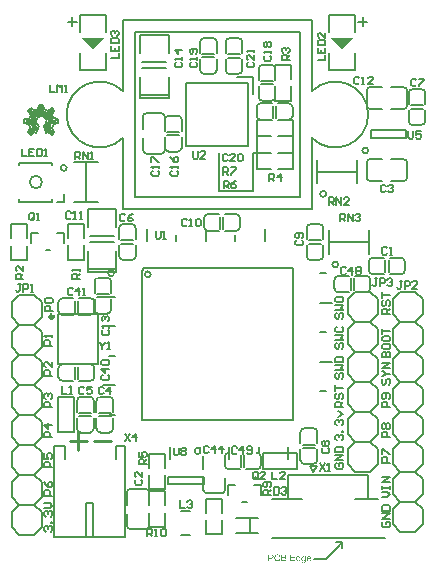
<source format=gto>
G04*
G04 #@! TF.GenerationSoftware,Altium Limited,Altium Designer,19.1.8 (144)*
G04*
G04 Layer_Color=65535*
%FSLAX25Y25*%
%MOIN*%
G70*
G01*
G75*
%ADD10C,0.00600*%
%ADD11C,0.00500*%
%ADD12C,0.00591*%
%ADD13C,0.00787*%
%ADD14C,0.01181*%
%ADD15C,0.00800*%
%ADD16C,0.00598*%
%ADD17C,0.00544*%
%ADD18C,0.00510*%
%ADD19C,0.01042*%
G36*
X9200Y135300D02*
X7700Y134800D01*
X7200Y135300D01*
X8200Y136800D01*
X7200Y138300D01*
X6200D01*
Y139300D01*
X7700D01*
X8200Y140800D01*
X7200Y142300D01*
X7700Y142800D01*
X9200Y141800D01*
X10700Y142800D01*
Y143800D01*
X11700D01*
X12200Y142300D01*
X13700Y141800D01*
X14700Y142800D01*
X15200Y142300D01*
X14700Y140800D01*
X15200Y139300D01*
X16700D01*
X16200Y138300D01*
X14700Y137800D01*
Y136300D01*
X15200Y135300D01*
X14700Y134800D01*
X13700Y135300D01*
X13200D01*
X12700Y136800D01*
X13700Y138800D01*
X12700Y140300D01*
X11200Y140800D01*
X9700Y140300D01*
X9200Y138800D01*
X9700Y137300D01*
X10200Y136800D01*
X9200Y135300D01*
D01*
D02*
G37*
G36*
X32597Y166500D02*
X24403D01*
X28500Y163000D01*
X32597Y166500D01*
D02*
G37*
G36*
X115597Y166500D02*
X107403D01*
X111500Y163000D01*
X115597Y166500D01*
D02*
G37*
G36*
X90114Y-5644D02*
X90143Y-5647D01*
X90178Y-5650D01*
X90214Y-5654D01*
X90256Y-5663D01*
X90344Y-5683D01*
X90441Y-5712D01*
X90490Y-5731D01*
X90535Y-5754D01*
X90580Y-5783D01*
X90626Y-5812D01*
X90629Y-5816D01*
X90635Y-5819D01*
X90648Y-5829D01*
X90664Y-5845D01*
X90681Y-5861D01*
X90703Y-5884D01*
X90726Y-5909D01*
X90752Y-5935D01*
X90778Y-5968D01*
X90804Y-6007D01*
X90833Y-6046D01*
X90859Y-6088D01*
X90882Y-6136D01*
X90907Y-6185D01*
X90927Y-6237D01*
X90946Y-6295D01*
X90655Y-6363D01*
Y-6360D01*
X90652Y-6353D01*
X90645Y-6340D01*
X90639Y-6324D01*
X90632Y-6305D01*
X90622Y-6279D01*
X90596Y-6227D01*
X90564Y-6169D01*
X90525Y-6110D01*
X90477Y-6055D01*
X90425Y-6007D01*
X90418Y-6000D01*
X90399Y-5987D01*
X90366Y-5971D01*
X90324Y-5948D01*
X90269Y-5929D01*
X90208Y-5909D01*
X90133Y-5897D01*
X90052Y-5893D01*
X90026D01*
X90010Y-5897D01*
X89987D01*
X89961Y-5900D01*
X89900Y-5909D01*
X89832Y-5922D01*
X89761Y-5945D01*
X89686Y-5977D01*
X89618Y-6020D01*
X89615D01*
X89611Y-6026D01*
X89589Y-6042D01*
X89560Y-6068D01*
X89524Y-6107D01*
X89482Y-6156D01*
X89443Y-6211D01*
X89407Y-6279D01*
X89375Y-6353D01*
Y-6357D01*
X89372Y-6363D01*
X89368Y-6373D01*
X89365Y-6389D01*
X89359Y-6408D01*
X89352Y-6431D01*
X89342Y-6486D01*
X89330Y-6551D01*
X89317Y-6622D01*
X89310Y-6700D01*
X89307Y-6784D01*
Y-6787D01*
Y-6797D01*
Y-6813D01*
Y-6833D01*
X89310Y-6855D01*
Y-6885D01*
X89313Y-6917D01*
X89317Y-6953D01*
X89326Y-7030D01*
X89342Y-7115D01*
X89362Y-7199D01*
X89388Y-7283D01*
Y-7287D01*
X89391Y-7293D01*
X89398Y-7303D01*
X89404Y-7319D01*
X89424Y-7358D01*
X89453Y-7403D01*
X89488Y-7455D01*
X89534Y-7510D01*
X89586Y-7559D01*
X89647Y-7604D01*
X89650D01*
X89657Y-7607D01*
X89666Y-7614D01*
X89679Y-7620D01*
X89696Y-7627D01*
X89715Y-7636D01*
X89761Y-7656D01*
X89819Y-7675D01*
X89884Y-7692D01*
X89955Y-7704D01*
X90029Y-7708D01*
X90052D01*
X90071Y-7704D01*
X90094D01*
X90117Y-7701D01*
X90175Y-7688D01*
X90243Y-7672D01*
X90311Y-7646D01*
X90383Y-7610D01*
X90418Y-7591D01*
X90451Y-7565D01*
X90454Y-7562D01*
X90457Y-7559D01*
X90467Y-7549D01*
X90480Y-7539D01*
X90493Y-7523D01*
X90509Y-7503D01*
X90528Y-7484D01*
X90545Y-7458D01*
X90564Y-7429D01*
X90587Y-7397D01*
X90606Y-7364D01*
X90626Y-7325D01*
X90642Y-7283D01*
X90658Y-7238D01*
X90674Y-7189D01*
X90687Y-7137D01*
X90985Y-7212D01*
Y-7215D01*
X90982Y-7228D01*
X90975Y-7248D01*
X90966Y-7273D01*
X90956Y-7303D01*
X90943Y-7338D01*
X90927Y-7377D01*
X90907Y-7419D01*
X90862Y-7510D01*
X90804Y-7601D01*
X90768Y-7646D01*
X90733Y-7692D01*
X90694Y-7730D01*
X90648Y-7769D01*
X90645Y-7773D01*
X90639Y-7779D01*
X90622Y-7785D01*
X90606Y-7798D01*
X90580Y-7815D01*
X90554Y-7831D01*
X90519Y-7847D01*
X90483Y-7863D01*
X90441Y-7883D01*
X90395Y-7899D01*
X90347Y-7915D01*
X90295Y-7931D01*
X90240Y-7944D01*
X90182Y-7951D01*
X90120Y-7957D01*
X90055Y-7960D01*
X90020D01*
X89994Y-7957D01*
X89965D01*
X89929Y-7954D01*
X89890Y-7947D01*
X89845Y-7941D01*
X89751Y-7925D01*
X89654Y-7899D01*
X89556Y-7863D01*
X89511Y-7841D01*
X89466Y-7815D01*
X89462Y-7811D01*
X89456Y-7808D01*
X89443Y-7798D01*
X89430Y-7785D01*
X89411Y-7773D01*
X89388Y-7753D01*
X89362Y-7730D01*
X89336Y-7704D01*
X89310Y-7675D01*
X89281Y-7646D01*
X89223Y-7572D01*
X89168Y-7484D01*
X89119Y-7387D01*
Y-7384D01*
X89113Y-7374D01*
X89109Y-7358D01*
X89100Y-7338D01*
X89093Y-7312D01*
X89083Y-7280D01*
X89070Y-7244D01*
X89061Y-7205D01*
X89051Y-7163D01*
X89038Y-7115D01*
X89022Y-7014D01*
X89009Y-6901D01*
X89002Y-6784D01*
Y-6781D01*
Y-6768D01*
Y-6749D01*
X89006Y-6726D01*
Y-6694D01*
X89009Y-6661D01*
X89012Y-6619D01*
X89018Y-6577D01*
X89035Y-6483D01*
X89057Y-6379D01*
X89090Y-6276D01*
X89135Y-6175D01*
X89138Y-6172D01*
X89142Y-6162D01*
X89148Y-6149D01*
X89161Y-6133D01*
X89174Y-6110D01*
X89190Y-6084D01*
X89232Y-6026D01*
X89287Y-5961D01*
X89352Y-5897D01*
X89427Y-5832D01*
X89514Y-5777D01*
X89517Y-5773D01*
X89527Y-5770D01*
X89540Y-5764D01*
X89556Y-5754D01*
X89582Y-5744D01*
X89608Y-5734D01*
X89641Y-5722D01*
X89676Y-5709D01*
X89715Y-5696D01*
X89757Y-5683D01*
X89848Y-5663D01*
X89952Y-5647D01*
X90059Y-5641D01*
X90091D01*
X90114Y-5644D01*
D02*
G37*
G36*
X97673Y-7921D02*
X97417D01*
Y-7717D01*
X97413Y-7721D01*
X97410Y-7727D01*
X97400Y-7740D01*
X97387Y-7756D01*
X97371Y-7773D01*
X97352Y-7792D01*
X97329Y-7815D01*
X97300Y-7837D01*
X97271Y-7860D01*
X97238Y-7883D01*
X97199Y-7902D01*
X97157Y-7918D01*
X97115Y-7935D01*
X97067Y-7947D01*
X97015Y-7954D01*
X96960Y-7957D01*
X96940D01*
X96927Y-7954D01*
X96889Y-7951D01*
X96843Y-7944D01*
X96788Y-7931D01*
X96727Y-7912D01*
X96665Y-7886D01*
X96603Y-7850D01*
X96600D01*
X96597Y-7844D01*
X96577Y-7831D01*
X96548Y-7805D01*
X96513Y-7773D01*
X96470Y-7730D01*
X96428Y-7678D01*
X96386Y-7620D01*
X96351Y-7552D01*
Y-7549D01*
X96347Y-7542D01*
X96344Y-7533D01*
X96338Y-7520D01*
X96331Y-7500D01*
X96321Y-7478D01*
X96315Y-7455D01*
X96308Y-7426D01*
X96292Y-7361D01*
X96276Y-7287D01*
X96266Y-7202D01*
X96263Y-7112D01*
Y-7108D01*
Y-7102D01*
Y-7089D01*
Y-7069D01*
X96266Y-7050D01*
Y-7024D01*
X96273Y-6966D01*
X96283Y-6898D01*
X96299Y-6823D01*
X96318Y-6745D01*
X96344Y-6671D01*
Y-6668D01*
X96347Y-6661D01*
X96354Y-6651D01*
X96360Y-6639D01*
X96380Y-6603D01*
X96406Y-6558D01*
X96438Y-6509D01*
X96480Y-6460D01*
X96529Y-6408D01*
X96587Y-6366D01*
X96590D01*
X96594Y-6363D01*
X96603Y-6357D01*
X96616Y-6350D01*
X96649Y-6334D01*
X96694Y-6311D01*
X96746Y-6292D01*
X96807Y-6276D01*
X96876Y-6263D01*
X96947Y-6259D01*
X96973D01*
X96999Y-6263D01*
X97034Y-6266D01*
X97076Y-6276D01*
X97122Y-6285D01*
X97167Y-6301D01*
X97209Y-6324D01*
X97216Y-6327D01*
X97229Y-6334D01*
X97248Y-6350D01*
X97274Y-6366D01*
X97306Y-6389D01*
X97336Y-6418D01*
X97368Y-6447D01*
X97397Y-6483D01*
Y-5679D01*
X97673D01*
Y-7921D01*
D02*
G37*
G36*
X95939Y-5945D02*
X94614D01*
Y-6629D01*
X95855D01*
Y-6894D01*
X94614D01*
Y-7656D01*
X95991D01*
Y-7921D01*
X94316D01*
Y-5679D01*
X95939D01*
Y-5945D01*
D02*
G37*
G36*
X92242Y-5683D02*
X92268D01*
X92327Y-5689D01*
X92391Y-5696D01*
X92459Y-5709D01*
X92527Y-5725D01*
X92589Y-5748D01*
X92592D01*
X92595Y-5751D01*
X92615Y-5760D01*
X92644Y-5777D01*
X92677Y-5799D01*
X92715Y-5829D01*
X92757Y-5864D01*
X92796Y-5909D01*
X92832Y-5958D01*
X92835Y-5965D01*
X92845Y-5984D01*
X92861Y-6010D01*
X92877Y-6049D01*
X92894Y-6094D01*
X92910Y-6143D01*
X92919Y-6198D01*
X92923Y-6253D01*
Y-6259D01*
Y-6276D01*
X92919Y-6305D01*
X92913Y-6340D01*
X92903Y-6382D01*
X92887Y-6428D01*
X92868Y-6473D01*
X92842Y-6522D01*
X92839Y-6528D01*
X92829Y-6541D01*
X92809Y-6567D01*
X92783Y-6593D01*
X92751Y-6626D01*
X92712Y-6661D01*
X92664Y-6694D01*
X92608Y-6726D01*
X92612D01*
X92618Y-6729D01*
X92628Y-6732D01*
X92641Y-6739D01*
X92680Y-6752D01*
X92725Y-6775D01*
X92774Y-6804D01*
X92829Y-6839D01*
X92877Y-6882D01*
X92923Y-6933D01*
X92926Y-6940D01*
X92939Y-6959D01*
X92958Y-6988D01*
X92978Y-7027D01*
X92997Y-7079D01*
X93017Y-7134D01*
X93030Y-7199D01*
X93033Y-7270D01*
Y-7273D01*
Y-7277D01*
Y-7296D01*
X93030Y-7329D01*
X93023Y-7367D01*
X93017Y-7413D01*
X93004Y-7461D01*
X92988Y-7513D01*
X92965Y-7565D01*
X92962Y-7572D01*
X92952Y-7588D01*
X92939Y-7610D01*
X92919Y-7643D01*
X92894Y-7675D01*
X92868Y-7711D01*
X92835Y-7747D01*
X92800Y-7776D01*
X92796Y-7779D01*
X92783Y-7789D01*
X92761Y-7802D01*
X92732Y-7815D01*
X92696Y-7834D01*
X92654Y-7853D01*
X92608Y-7870D01*
X92553Y-7886D01*
X92547D01*
X92527Y-7892D01*
X92495Y-7896D01*
X92453Y-7902D01*
X92401Y-7908D01*
X92339Y-7915D01*
X92272Y-7918D01*
X92194Y-7921D01*
X91338D01*
Y-5679D01*
X92220D01*
X92242Y-5683D01*
D02*
G37*
G36*
X87969D02*
X88024Y-5686D01*
X88082Y-5689D01*
X88137Y-5696D01*
X88186Y-5702D01*
X88192D01*
X88215Y-5709D01*
X88244Y-5715D01*
X88283Y-5725D01*
X88325Y-5741D01*
X88371Y-5760D01*
X88419Y-5783D01*
X88461Y-5809D01*
X88468Y-5812D01*
X88481Y-5822D01*
X88500Y-5841D01*
X88526Y-5864D01*
X88555Y-5893D01*
X88584Y-5932D01*
X88617Y-5974D01*
X88643Y-6023D01*
X88646Y-6029D01*
X88652Y-6046D01*
X88665Y-6075D01*
X88678Y-6114D01*
X88688Y-6159D01*
X88701Y-6211D01*
X88708Y-6269D01*
X88711Y-6331D01*
Y-6334D01*
Y-6344D01*
Y-6357D01*
X88708Y-6379D01*
X88704Y-6402D01*
X88701Y-6431D01*
X88695Y-6464D01*
X88688Y-6499D01*
X88665Y-6574D01*
X88652Y-6613D01*
X88633Y-6655D01*
X88610Y-6697D01*
X88588Y-6736D01*
X88558Y-6775D01*
X88526Y-6813D01*
X88523Y-6817D01*
X88516Y-6823D01*
X88507Y-6833D01*
X88490Y-6843D01*
X88471Y-6859D01*
X88445Y-6875D01*
X88413Y-6894D01*
X88377Y-6911D01*
X88335Y-6930D01*
X88286Y-6949D01*
X88234Y-6966D01*
X88173Y-6979D01*
X88108Y-6992D01*
X88037Y-7001D01*
X87956Y-7008D01*
X87872Y-7011D01*
X87298D01*
Y-7921D01*
X87000D01*
Y-5679D01*
X87920D01*
X87969Y-5683D01*
D02*
G37*
G36*
X100572Y-6263D02*
X100598Y-6266D01*
X100631Y-6272D01*
X100666Y-6279D01*
X100708Y-6289D01*
X100747Y-6298D01*
X100793Y-6314D01*
X100835Y-6331D01*
X100880Y-6353D01*
X100926Y-6379D01*
X100971Y-6408D01*
X101013Y-6444D01*
X101052Y-6483D01*
X101055Y-6486D01*
X101062Y-6493D01*
X101071Y-6506D01*
X101084Y-6525D01*
X101101Y-6548D01*
X101117Y-6574D01*
X101136Y-6606D01*
X101156Y-6645D01*
X101175Y-6687D01*
X101194Y-6732D01*
X101211Y-6784D01*
X101227Y-6839D01*
X101240Y-6901D01*
X101250Y-6966D01*
X101256Y-7034D01*
X101259Y-7108D01*
Y-7112D01*
Y-7124D01*
Y-7147D01*
X101256Y-7180D01*
X100041D01*
Y-7183D01*
Y-7192D01*
X100044Y-7205D01*
Y-7225D01*
X100048Y-7248D01*
X100054Y-7273D01*
X100064Y-7332D01*
X100083Y-7397D01*
X100109Y-7468D01*
X100145Y-7533D01*
X100190Y-7591D01*
X100193D01*
X100197Y-7598D01*
X100216Y-7614D01*
X100245Y-7636D01*
X100284Y-7659D01*
X100336Y-7685D01*
X100394Y-7708D01*
X100459Y-7724D01*
X100495Y-7727D01*
X100533Y-7730D01*
X100559D01*
X100589Y-7727D01*
X100624Y-7721D01*
X100663Y-7711D01*
X100708Y-7698D01*
X100751Y-7678D01*
X100793Y-7653D01*
X100796Y-7649D01*
X100812Y-7636D01*
X100832Y-7617D01*
X100854Y-7591D01*
X100880Y-7555D01*
X100909Y-7510D01*
X100938Y-7458D01*
X100964Y-7397D01*
X101250Y-7432D01*
Y-7435D01*
X101246Y-7442D01*
X101243Y-7455D01*
X101237Y-7474D01*
X101227Y-7494D01*
X101217Y-7520D01*
X101191Y-7575D01*
X101159Y-7636D01*
X101113Y-7701D01*
X101062Y-7763D01*
X100997Y-7821D01*
X100994D01*
X100987Y-7828D01*
X100977Y-7834D01*
X100964Y-7844D01*
X100945Y-7853D01*
X100926Y-7863D01*
X100900Y-7876D01*
X100870Y-7889D01*
X100838Y-7902D01*
X100806Y-7915D01*
X100725Y-7935D01*
X100634Y-7951D01*
X100533Y-7957D01*
X100498D01*
X100475Y-7954D01*
X100446Y-7951D01*
X100410Y-7944D01*
X100372Y-7938D01*
X100329Y-7931D01*
X100239Y-7905D01*
X100190Y-7886D01*
X100145Y-7866D01*
X100096Y-7841D01*
X100051Y-7811D01*
X100009Y-7779D01*
X99967Y-7740D01*
X99963Y-7737D01*
X99957Y-7730D01*
X99947Y-7717D01*
X99934Y-7698D01*
X99918Y-7675D01*
X99902Y-7649D01*
X99882Y-7617D01*
X99863Y-7581D01*
X99843Y-7539D01*
X99824Y-7494D01*
X99808Y-7442D01*
X99792Y-7387D01*
X99779Y-7329D01*
X99769Y-7264D01*
X99762Y-7196D01*
X99759Y-7124D01*
Y-7121D01*
Y-7105D01*
Y-7086D01*
X99762Y-7056D01*
X99766Y-7021D01*
X99769Y-6982D01*
X99775Y-6937D01*
X99785Y-6891D01*
X99811Y-6787D01*
X99827Y-6736D01*
X99847Y-6681D01*
X99872Y-6629D01*
X99902Y-6580D01*
X99934Y-6532D01*
X99970Y-6486D01*
X99973Y-6483D01*
X99979Y-6476D01*
X99992Y-6467D01*
X100009Y-6451D01*
X100028Y-6434D01*
X100054Y-6415D01*
X100083Y-6392D01*
X100119Y-6373D01*
X100154Y-6350D01*
X100197Y-6331D01*
X100242Y-6311D01*
X100291Y-6295D01*
X100342Y-6279D01*
X100397Y-6269D01*
X100456Y-6263D01*
X100517Y-6259D01*
X100550D01*
X100572Y-6263D01*
D02*
G37*
G36*
X98755D02*
X98777Y-6266D01*
X98807Y-6272D01*
X98839Y-6279D01*
X98875Y-6289D01*
X98910Y-6301D01*
X98949Y-6318D01*
X98988Y-6337D01*
X99030Y-6360D01*
X99069Y-6386D01*
X99108Y-6418D01*
X99147Y-6454D01*
X99182Y-6496D01*
Y-6295D01*
X99435D01*
Y-7701D01*
Y-7704D01*
Y-7717D01*
Y-7737D01*
Y-7763D01*
X99432Y-7792D01*
Y-7828D01*
X99429Y-7866D01*
X99425Y-7908D01*
X99416Y-7996D01*
X99403Y-8087D01*
X99393Y-8129D01*
X99383Y-8168D01*
X99370Y-8203D01*
X99357Y-8236D01*
Y-8239D01*
X99354Y-8242D01*
X99341Y-8262D01*
X99325Y-8291D01*
X99299Y-8326D01*
X99263Y-8365D01*
X99221Y-8407D01*
X99169Y-8450D01*
X99111Y-8485D01*
X99108D01*
X99105Y-8489D01*
X99095Y-8495D01*
X99082Y-8498D01*
X99066Y-8508D01*
X99046Y-8514D01*
X98998Y-8531D01*
X98939Y-8550D01*
X98868Y-8563D01*
X98787Y-8576D01*
X98700Y-8579D01*
X98671D01*
X98651Y-8576D01*
X98625D01*
X98599Y-8573D01*
X98567Y-8569D01*
X98531Y-8563D01*
X98457Y-8547D01*
X98379Y-8524D01*
X98301Y-8492D01*
X98230Y-8446D01*
X98227Y-8443D01*
X98223Y-8440D01*
X98201Y-8421D01*
X98175Y-8391D01*
X98142Y-8349D01*
X98110Y-8294D01*
X98081Y-8226D01*
X98071Y-8187D01*
X98065Y-8145D01*
X98058Y-8103D01*
Y-8054D01*
X98327Y-8090D01*
Y-8096D01*
X98330Y-8109D01*
X98337Y-8132D01*
X98343Y-8161D01*
X98356Y-8190D01*
X98372Y-8220D01*
X98392Y-8249D01*
X98418Y-8271D01*
X98424Y-8275D01*
X98437Y-8284D01*
X98460Y-8297D01*
X98492Y-8310D01*
X98531Y-8326D01*
X98580Y-8339D01*
X98638Y-8349D01*
X98700Y-8352D01*
X98732D01*
X98764Y-8349D01*
X98810Y-8343D01*
X98855Y-8333D01*
X98904Y-8320D01*
X98952Y-8301D01*
X98994Y-8275D01*
X98998Y-8271D01*
X99011Y-8262D01*
X99030Y-8242D01*
X99053Y-8220D01*
X99076Y-8187D01*
X99098Y-8152D01*
X99121Y-8109D01*
X99137Y-8061D01*
Y-8058D01*
X99140Y-8045D01*
X99143Y-8019D01*
X99147Y-7986D01*
X99150Y-7964D01*
Y-7938D01*
X99153Y-7908D01*
Y-7876D01*
Y-7841D01*
X99156Y-7798D01*
Y-7756D01*
Y-7708D01*
X99153Y-7711D01*
X99147Y-7717D01*
X99137Y-7727D01*
X99124Y-7740D01*
X99108Y-7756D01*
X99085Y-7776D01*
X99059Y-7795D01*
X99033Y-7815D01*
X98965Y-7853D01*
X98891Y-7889D01*
X98849Y-7902D01*
X98803Y-7912D01*
X98755Y-7918D01*
X98706Y-7921D01*
X98690D01*
X98674Y-7918D01*
X98651D01*
X98622Y-7915D01*
X98589Y-7908D01*
X98554Y-7902D01*
X98515Y-7892D01*
X98473Y-7879D01*
X98431Y-7863D01*
X98389Y-7844D01*
X98343Y-7821D01*
X98301Y-7792D01*
X98259Y-7760D01*
X98220Y-7724D01*
X98185Y-7682D01*
X98181Y-7678D01*
X98178Y-7672D01*
X98168Y-7656D01*
X98155Y-7640D01*
X98142Y-7614D01*
X98126Y-7588D01*
X98110Y-7555D01*
X98094Y-7517D01*
X98078Y-7478D01*
X98061Y-7432D01*
X98045Y-7387D01*
X98032Y-7335D01*
X98010Y-7225D01*
X98006Y-7163D01*
X98003Y-7102D01*
Y-7099D01*
Y-7092D01*
Y-7079D01*
Y-7063D01*
X98006Y-7040D01*
Y-7017D01*
X98013Y-6959D01*
X98023Y-6894D01*
X98039Y-6823D01*
X98058Y-6749D01*
X98087Y-6674D01*
Y-6671D01*
X98090Y-6664D01*
X98097Y-6655D01*
X98103Y-6642D01*
X98123Y-6606D01*
X98149Y-6561D01*
X98185Y-6512D01*
X98227Y-6464D01*
X98275Y-6412D01*
X98330Y-6370D01*
X98334D01*
X98337Y-6366D01*
X98347Y-6360D01*
X98359Y-6353D01*
X98392Y-6334D01*
X98437Y-6314D01*
X98492Y-6295D01*
X98557Y-6276D01*
X98628Y-6263D01*
X98706Y-6259D01*
X98735D01*
X98755Y-6263D01*
D02*
G37*
%LPC*%
G36*
X96976Y-6486D02*
X96960D01*
X96947Y-6489D01*
X96911Y-6493D01*
X96869Y-6506D01*
X96820Y-6522D01*
X96769Y-6551D01*
X96717Y-6587D01*
X96691Y-6613D01*
X96668Y-6639D01*
Y-6642D01*
X96662Y-6645D01*
X96658Y-6655D01*
X96649Y-6668D01*
X96639Y-6684D01*
X96629Y-6703D01*
X96620Y-6726D01*
X96607Y-6752D01*
X96594Y-6784D01*
X96584Y-6820D01*
X96574Y-6859D01*
X96565Y-6901D01*
X96558Y-6946D01*
X96552Y-6998D01*
X96545Y-7053D01*
Y-7112D01*
Y-7115D01*
Y-7124D01*
Y-7141D01*
X96548Y-7163D01*
Y-7189D01*
X96552Y-7218D01*
X96561Y-7287D01*
X96577Y-7361D01*
X96600Y-7439D01*
X96632Y-7513D01*
X96652Y-7546D01*
X96675Y-7578D01*
X96678D01*
X96681Y-7585D01*
X96697Y-7601D01*
X96727Y-7627D01*
X96762Y-7653D01*
X96807Y-7682D01*
X96863Y-7708D01*
X96921Y-7724D01*
X96953Y-7727D01*
X96986Y-7730D01*
X97002D01*
X97015Y-7727D01*
X97050Y-7724D01*
X97093Y-7711D01*
X97141Y-7695D01*
X97193Y-7669D01*
X97245Y-7633D01*
X97271Y-7610D01*
X97294Y-7585D01*
Y-7581D01*
X97300Y-7578D01*
X97306Y-7568D01*
X97313Y-7555D01*
X97323Y-7539D01*
X97336Y-7523D01*
X97345Y-7497D01*
X97358Y-7471D01*
X97371Y-7442D01*
X97381Y-7410D01*
X97394Y-7371D01*
X97404Y-7332D01*
X97410Y-7287D01*
X97417Y-7241D01*
X97423Y-7189D01*
Y-7134D01*
Y-7131D01*
Y-7118D01*
Y-7102D01*
X97420Y-7079D01*
Y-7053D01*
X97417Y-7021D01*
X97413Y-6985D01*
X97407Y-6946D01*
X97391Y-6869D01*
X97368Y-6787D01*
X97336Y-6710D01*
X97316Y-6677D01*
X97294Y-6645D01*
Y-6642D01*
X97287Y-6639D01*
X97271Y-6619D01*
X97242Y-6593D01*
X97206Y-6564D01*
X97161Y-6535D01*
X97106Y-6512D01*
X97044Y-6493D01*
X97012Y-6489D01*
X96976Y-6486D01*
D02*
G37*
G36*
X92168Y-5945D02*
X91636D01*
Y-6619D01*
X92187D01*
X92229Y-6616D01*
X92275Y-6613D01*
X92320Y-6609D01*
X92365Y-6603D01*
X92401Y-6596D01*
X92408Y-6593D01*
X92421Y-6590D01*
X92440Y-6580D01*
X92466Y-6567D01*
X92492Y-6554D01*
X92521Y-6535D01*
X92550Y-6509D01*
X92573Y-6483D01*
X92576Y-6480D01*
X92582Y-6470D01*
X92592Y-6451D01*
X92602Y-6428D01*
X92612Y-6402D01*
X92621Y-6370D01*
X92628Y-6331D01*
X92631Y-6289D01*
Y-6282D01*
Y-6269D01*
X92628Y-6250D01*
X92625Y-6224D01*
X92618Y-6191D01*
X92608Y-6159D01*
X92595Y-6127D01*
X92576Y-6094D01*
X92573Y-6091D01*
X92566Y-6081D01*
X92553Y-6065D01*
X92537Y-6049D01*
X92514Y-6029D01*
X92489Y-6010D01*
X92456Y-5991D01*
X92421Y-5977D01*
X92417D01*
X92401Y-5971D01*
X92378Y-5968D01*
X92343Y-5961D01*
X92294Y-5955D01*
X92239Y-5952D01*
X92168Y-5945D01*
D02*
G37*
G36*
X92226Y-6885D02*
X91636D01*
Y-7656D01*
X92275D01*
X92343Y-7653D01*
X92372Y-7649D01*
X92398Y-7646D01*
X92401D01*
X92414Y-7643D01*
X92434Y-7640D01*
X92456Y-7633D01*
X92511Y-7614D01*
X92566Y-7588D01*
X92570Y-7585D01*
X92579Y-7578D01*
X92592Y-7568D01*
X92608Y-7555D01*
X92625Y-7536D01*
X92647Y-7517D01*
X92664Y-7491D01*
X92683Y-7461D01*
X92686Y-7458D01*
X92689Y-7448D01*
X92696Y-7429D01*
X92706Y-7406D01*
X92715Y-7380D01*
X92722Y-7348D01*
X92725Y-7309D01*
X92728Y-7270D01*
Y-7264D01*
Y-7251D01*
X92725Y-7225D01*
X92719Y-7196D01*
X92712Y-7163D01*
X92699Y-7128D01*
X92683Y-7092D01*
X92660Y-7056D01*
X92657Y-7053D01*
X92647Y-7040D01*
X92634Y-7024D01*
X92615Y-7005D01*
X92589Y-6982D01*
X92557Y-6959D01*
X92521Y-6940D01*
X92479Y-6924D01*
X92472Y-6920D01*
X92459Y-6917D01*
X92430Y-6911D01*
X92395Y-6904D01*
X92349Y-6898D01*
X92294Y-6891D01*
X92226Y-6885D01*
D02*
G37*
G36*
X87940Y-5945D02*
X87298D01*
Y-6745D01*
X87901D01*
X87923Y-6742D01*
X87946D01*
X87972Y-6739D01*
X88034Y-6732D01*
X88102Y-6719D01*
X88170Y-6700D01*
X88231Y-6674D01*
X88260Y-6658D01*
X88283Y-6639D01*
X88289Y-6632D01*
X88302Y-6619D01*
X88322Y-6593D01*
X88345Y-6561D01*
X88367Y-6519D01*
X88387Y-6467D01*
X88400Y-6408D01*
X88406Y-6340D01*
Y-6337D01*
Y-6334D01*
Y-6318D01*
X88403Y-6289D01*
X88396Y-6256D01*
X88390Y-6221D01*
X88377Y-6178D01*
X88358Y-6140D01*
X88335Y-6101D01*
X88332Y-6097D01*
X88322Y-6084D01*
X88306Y-6068D01*
X88286Y-6046D01*
X88257Y-6023D01*
X88225Y-6003D01*
X88189Y-5984D01*
X88147Y-5968D01*
X88144D01*
X88131Y-5965D01*
X88111Y-5961D01*
X88085Y-5955D01*
X88046Y-5952D01*
X87998Y-5948D01*
X87940Y-5945D01*
D02*
G37*
G36*
X100521Y-6486D02*
X100501D01*
X100488Y-6489D01*
X100452Y-6493D01*
X100410Y-6502D01*
X100358Y-6519D01*
X100303Y-6541D01*
X100252Y-6574D01*
X100200Y-6616D01*
X100193Y-6622D01*
X100180Y-6639D01*
X100158Y-6668D01*
X100135Y-6707D01*
X100109Y-6752D01*
X100086Y-6810D01*
X100067Y-6878D01*
X100057Y-6953D01*
X100968D01*
Y-6949D01*
Y-6943D01*
X100964Y-6933D01*
Y-6920D01*
X100958Y-6882D01*
X100948Y-6839D01*
X100932Y-6787D01*
X100916Y-6739D01*
X100890Y-6690D01*
X100861Y-6648D01*
Y-6645D01*
X100854Y-6642D01*
X100838Y-6622D01*
X100809Y-6596D01*
X100770Y-6567D01*
X100721Y-6538D01*
X100663Y-6512D01*
X100595Y-6493D01*
X100559Y-6489D01*
X100521Y-6486D01*
D02*
G37*
G36*
X98761D02*
X98709D01*
X98696Y-6489D01*
X98661Y-6493D01*
X98619Y-6506D01*
X98567Y-6522D01*
X98515Y-6551D01*
X98463Y-6587D01*
X98437Y-6613D01*
X98411Y-6639D01*
Y-6642D01*
X98405Y-6645D01*
X98398Y-6655D01*
X98392Y-6668D01*
X98382Y-6681D01*
X98372Y-6700D01*
X98359Y-6723D01*
X98350Y-6749D01*
X98337Y-6778D01*
X98324Y-6813D01*
X98314Y-6849D01*
X98304Y-6888D01*
X98298Y-6933D01*
X98291Y-6979D01*
X98285Y-7027D01*
Y-7082D01*
Y-7086D01*
Y-7095D01*
Y-7112D01*
X98288Y-7134D01*
Y-7160D01*
X98291Y-7192D01*
X98301Y-7261D01*
X98317Y-7338D01*
X98337Y-7413D01*
X98369Y-7487D01*
X98389Y-7520D01*
X98411Y-7549D01*
X98418Y-7555D01*
X98434Y-7572D01*
X98460Y-7594D01*
X98499Y-7620D01*
X98544Y-7649D01*
X98599Y-7672D01*
X98661Y-7688D01*
X98693Y-7692D01*
X98729Y-7695D01*
X98748D01*
X98761Y-7692D01*
X98797Y-7688D01*
X98842Y-7675D01*
X98891Y-7659D01*
X98946Y-7633D01*
X98998Y-7598D01*
X99024Y-7575D01*
X99050Y-7549D01*
Y-7546D01*
X99056Y-7542D01*
X99063Y-7533D01*
X99069Y-7520D01*
X99079Y-7507D01*
X99092Y-7487D01*
X99101Y-7465D01*
X99114Y-7435D01*
X99127Y-7406D01*
X99137Y-7374D01*
X99150Y-7335D01*
X99160Y-7293D01*
X99166Y-7251D01*
X99173Y-7202D01*
X99179Y-7147D01*
Y-7092D01*
Y-7089D01*
Y-7079D01*
Y-7063D01*
X99176Y-7044D01*
Y-7017D01*
X99173Y-6988D01*
X99163Y-6924D01*
X99147Y-6849D01*
X99124Y-6775D01*
X99092Y-6700D01*
X99069Y-6668D01*
X99046Y-6639D01*
Y-6635D01*
X99040Y-6632D01*
X99024Y-6616D01*
X98994Y-6590D01*
X98956Y-6561D01*
X98910Y-6535D01*
X98855Y-6509D01*
X98794Y-6493D01*
X98761Y-6486D01*
D02*
G37*
%LPD*%
D10*
X12100Y137100D02*
G03*
X10500Y137100I-800J1600D01*
G01*
X65358Y15850D02*
G03*
X66500Y14709I1142J0D01*
G01*
X71350D02*
G03*
X72642Y16000I0J1291D01*
G01*
X52442Y140350D02*
G03*
X51300Y141491I-1142J0D01*
G01*
X46450D02*
G03*
X45158Y140200I0J-1291D01*
G01*
Y129200D02*
G03*
X46450Y127909I1291J0D01*
G01*
X51300D02*
G03*
X52442Y129050I0J1142D01*
G01*
X132150Y118858D02*
G03*
X133291Y120000I0J1142D01*
G01*
Y124850D02*
G03*
X132000Y126142I-1291J0D01*
G01*
X121000D02*
G03*
X119709Y124850I0J-1291D01*
G01*
Y120000D02*
G03*
X120850Y118858I1142J0D01*
G01*
X132150Y142858D02*
G03*
X133291Y144000I0J1142D01*
G01*
Y148850D02*
G03*
X132000Y150142I-1291J0D01*
G01*
X121000D02*
G03*
X119709Y148850I0J-1291D01*
G01*
Y144000D02*
G03*
X120850Y142858I1142J0D01*
G01*
X47142Y15150D02*
G03*
X46000Y16291I-1142J0D01*
G01*
X41150D02*
G03*
X39858Y15000I0J-1291D01*
G01*
Y4000D02*
G03*
X41150Y2709I1291J0D01*
G01*
X46000D02*
G03*
X47142Y3850I0J1142D01*
G01*
X9500Y134800D02*
X10500Y137100D01*
X9000Y135100D02*
X9500Y134800D01*
X6900Y135200D02*
X7700Y136500D01*
X7200Y137800D02*
X7700Y136500D01*
X7200Y139600D02*
X7800Y140900D01*
X12100Y137100D02*
X13000Y134800D01*
X10300Y142700D02*
X10600Y144300D01*
X11900D01*
X12200Y142700D01*
X14800Y140900D02*
X15300Y139700D01*
X16800Y139400D01*
Y138100D02*
Y139400D01*
X15400Y137800D02*
X16800Y138100D01*
X14800Y136500D02*
X15400Y137800D01*
X14800Y136500D02*
X15700Y135200D01*
X7800Y134300D02*
X9000Y135100D01*
X6900Y135200D02*
X7800Y134300D01*
X6900Y142200D02*
X7800Y140900D01*
X6900Y142200D02*
X7800Y143100D01*
X9100Y142200D01*
X10300Y142700D01*
X14800Y143100D02*
X15700Y142200D01*
X14800Y140900D02*
X15700Y142200D01*
X14800Y134300D02*
X15700Y135200D01*
X5700Y138100D02*
X7200Y137800D01*
X5700Y138100D02*
Y139400D01*
X7200Y139600D01*
X13000Y134800D02*
X13600Y135100D01*
X12200Y142700D02*
X13400Y142200D01*
X14800Y143100D01*
X13600Y135100D02*
X14800Y134300D01*
X85300Y22900D02*
Y28100D01*
Y22900D02*
X96700D01*
Y28100D01*
X85300D02*
X96700D01*
X65358Y15850D02*
Y20000D01*
X66500Y14709D02*
X71350D01*
X72642Y16000D02*
Y20000D01*
X65358Y23000D02*
Y27150D01*
X52700Y3516D02*
Y8303D01*
X47300Y3516D02*
X52700D01*
X47300D02*
Y8303D01*
Y10697D02*
Y15484D01*
X52700D01*
Y10697D02*
Y15484D01*
X52442Y136200D02*
Y140350D01*
X46450Y141491D02*
X51300D01*
X45158Y136200D02*
Y140200D01*
Y129200D02*
Y133200D01*
X46450Y127909D02*
X51300D01*
X52442Y129050D02*
Y133200D01*
X83165Y133800D02*
X87953D01*
X83165D02*
Y139200D01*
X87953D01*
X90346D02*
X95134D01*
Y133800D02*
Y139200D01*
X90346Y133800D02*
X95134D01*
X83165Y128300D02*
X87953D01*
X83165D02*
Y133700D01*
X87953D01*
X90346D02*
X95134D01*
Y128300D02*
Y133700D01*
X90346Y128300D02*
X95134D01*
X83165Y122900D02*
X87953D01*
X83165D02*
Y128300D01*
X87953D01*
X90346D02*
X95134D01*
Y122900D02*
Y128300D01*
X90346Y122900D02*
X95134D01*
X128000Y118858D02*
X132150D01*
X133291Y120000D02*
Y124850D01*
X128000Y126142D02*
X132000D01*
X121000D02*
X125000D01*
X119709Y120000D02*
Y124850D01*
X120850Y118858D02*
X125000D01*
X128000Y142858D02*
X132150D01*
X133291Y144000D02*
Y148850D01*
X128000Y150142D02*
X132000D01*
X121000D02*
X125000D01*
X119709Y144000D02*
Y148850D01*
X120850Y142858D02*
X125000D01*
X89300Y152847D02*
Y157634D01*
X94700D01*
Y152847D02*
Y157634D01*
Y145665D02*
Y150453D01*
X89300Y145665D02*
X94700D01*
X89300D02*
Y150453D01*
X71700Y1016D02*
Y5803D01*
X66300Y1016D02*
X71700D01*
X66300D02*
Y5803D01*
Y8197D02*
Y12984D01*
X71700D01*
Y8197D02*
Y12984D01*
X52700Y16016D02*
Y20803D01*
X47300Y16016D02*
X52700D01*
X47300D02*
Y20803D01*
Y23197D02*
Y27984D01*
X52700D01*
Y23197D02*
Y27984D01*
X47142Y11000D02*
Y15150D01*
X41150Y16291D02*
X46000D01*
X39858Y11000D02*
Y15000D01*
Y4000D02*
Y8000D01*
X41150Y2709D02*
X46000D01*
X47142Y3850D02*
Y8000D01*
X16900Y35300D02*
X22100D01*
Y46700D01*
X16900D02*
X22100D01*
X16900Y35300D02*
Y46700D01*
X25600Y92565D02*
Y97353D01*
X20200Y92565D02*
X25600D01*
X20200D02*
Y97353D01*
Y99747D02*
Y104534D01*
X25600D01*
Y99747D02*
Y104534D01*
X6700Y92516D02*
Y97303D01*
X1300Y92516D02*
X6700D01*
X1300D02*
Y97303D01*
Y99697D02*
Y104484D01*
X6700D01*
Y99697D02*
Y104484D01*
D11*
X101100Y104504D02*
G03*
X99744Y103148I0J-1356D01*
G01*
X105300Y103100D02*
G03*
X103896Y104504I-1404J0D01*
G01*
Y92496D02*
G03*
X105300Y93900I0J1404D01*
G01*
X99744Y93852D02*
G03*
X101100Y92496I1356J0D01*
G01*
X132504Y91900D02*
G03*
X131148Y93256I-1356J0D01*
G01*
X131100Y87700D02*
G03*
X132504Y89104I0J1404D01*
G01*
X120496D02*
G03*
X121900Y87700I1404J0D01*
G01*
X121852Y93256D02*
G03*
X120496Y91900I0J-1356D01*
G01*
X121004Y85900D02*
G03*
X119648Y87256I-1356J0D01*
G01*
X119600Y81700D02*
G03*
X121004Y83104I0J1404D01*
G01*
X108996D02*
G03*
X110400Y81700I1404J0D01*
G01*
X110352Y87256D02*
G03*
X108996Y85900I0J-1356D01*
G01*
X101900Y24496D02*
G03*
X103256Y25852I0J1356D01*
G01*
X97700Y25900D02*
G03*
X99104Y24496I1404J0D01*
G01*
Y36504D02*
G03*
X97700Y35100I0J-1404D01*
G01*
X103256Y35148D02*
G03*
X101900Y36504I-1356J0D01*
G01*
X72496Y24100D02*
G03*
X73852Y22744I1356J0D01*
G01*
X73900Y28300D02*
G03*
X72496Y26896I0J-1404D01*
G01*
X84504D02*
G03*
X83100Y28300I-1404J0D01*
G01*
X83148Y22744D02*
G03*
X84504Y24100I0J1356D01*
G01*
X65496Y103600D02*
G03*
X66852Y102244I1356J0D01*
G01*
X66900Y107800D02*
G03*
X65496Y106396I0J-1404D01*
G01*
X77504D02*
G03*
X76100Y107800I-1404J0D01*
G01*
X76148Y102244D02*
G03*
X77504Y103600I0J1356D01*
G01*
X56700Y128645D02*
G03*
X58056Y130001I0J1356D01*
G01*
X52500Y130049D02*
G03*
X53904Y128645I1404J0D01*
G01*
Y140653D02*
G03*
X52500Y139249I0J-1404D01*
G01*
X58056Y139297D02*
G03*
X56700Y140653I-1356J0D01*
G01*
X95055Y143400D02*
G03*
X93699Y144756I-1356J0D01*
G01*
X93651Y139200D02*
G03*
X95055Y140604I0J1404D01*
G01*
X83047D02*
G03*
X84451Y139200I1404J0D01*
G01*
X84403Y144756D02*
G03*
X83047Y143400I0J-1356D01*
G01*
X135100Y149504D02*
G03*
X133744Y148148I0J-1356D01*
G01*
X139300Y148100D02*
G03*
X137896Y149504I-1404J0D01*
G01*
Y137496D02*
G03*
X139300Y138900I0J1404D01*
G01*
X133744Y138852D02*
G03*
X135100Y137496I1356J0D01*
G01*
X85100Y157555D02*
G03*
X83744Y156199I0J-1356D01*
G01*
X89300Y156151D02*
G03*
X87896Y157555I-1404J0D01*
G01*
Y145547D02*
G03*
X89300Y146951I0J1404D01*
G01*
X83744Y146903D02*
G03*
X85100Y145547I1356J0D01*
G01*
X74100Y166504D02*
G03*
X72744Y165148I0J-1356D01*
G01*
X78300Y165100D02*
G03*
X76896Y166504I-1404J0D01*
G01*
Y154496D02*
G03*
X78300Y155900I0J1404D01*
G01*
X72744Y155852D02*
G03*
X74100Y154496I1356J0D01*
G01*
X65600Y166555D02*
G03*
X64244Y165199I0J-1356D01*
G01*
X69800Y165151D02*
G03*
X68396Y166555I-1404J0D01*
G01*
Y154547D02*
G03*
X69800Y155951I0J1404D01*
G01*
X64244Y155903D02*
G03*
X65600Y154547I1356J0D01*
G01*
X33900Y34996D02*
G03*
X35256Y36352I0J1356D01*
G01*
X29700Y36400D02*
G03*
X31104Y34996I1404J0D01*
G01*
Y47004D02*
G03*
X29700Y45600I0J-1404D01*
G01*
X35256Y45648D02*
G03*
X33900Y47004I-1356J0D01*
G01*
X27400Y34996D02*
G03*
X28756Y36352I0J1356D01*
G01*
X23200Y36400D02*
G03*
X24604Y34996I1404J0D01*
G01*
Y47004D02*
G03*
X23200Y45600I0J-1404D01*
G01*
X28756Y45648D02*
G03*
X27400Y47004I-1356J0D01*
G01*
X29004Y56400D02*
G03*
X27648Y57756I-1356J0D01*
G01*
X27600Y52200D02*
G03*
X29004Y53604I0J1404D01*
G01*
X16996D02*
G03*
X18400Y52200I1404J0D01*
G01*
X18352Y57756D02*
G03*
X16996Y56400I0J-1356D01*
G01*
Y75600D02*
G03*
X18352Y74244I1356J0D01*
G01*
X18400Y79800D02*
G03*
X16996Y78396I0J-1404D01*
G01*
X29004D02*
G03*
X27600Y79800I-1404J0D01*
G01*
X27648Y74244D02*
G03*
X29004Y75600I0J1356D01*
G01*
X30400Y86655D02*
G03*
X29044Y85299I0J-1356D01*
G01*
X34600Y85251D02*
G03*
X33196Y86655I-1404J0D01*
G01*
Y74647D02*
G03*
X34600Y76051I0J1404D01*
G01*
X29044Y76003D02*
G03*
X30400Y74647I1356J0D01*
G01*
X38600Y104504D02*
G03*
X37244Y103148I0J-1356D01*
G01*
X42800Y103100D02*
G03*
X41396Y104504I-1404J0D01*
G01*
Y92496D02*
G03*
X42800Y93900I0J1404D01*
G01*
X37244Y93852D02*
G03*
X38600Y92496I1356J0D01*
G01*
X99744Y99500D02*
Y103148D01*
X101100Y104504D02*
X103896D01*
X105300Y99500D02*
Y103100D01*
Y93900D02*
Y97500D01*
X101100Y92496D02*
X103896D01*
X99744Y93852D02*
Y97500D01*
X100500Y98000D02*
X104500D01*
X100500Y99051D02*
X104500D01*
X127500Y93256D02*
X131148D01*
X132504Y89104D02*
Y91900D01*
X127500Y87700D02*
X131100D01*
X121900D02*
X125500D01*
X120496Y89104D02*
Y91900D01*
X121852Y93256D02*
X125500D01*
X126000Y88500D02*
Y92500D01*
X127051Y88500D02*
Y92500D01*
X116000Y87256D02*
X119648D01*
X121004Y83104D02*
Y85900D01*
X116000Y81700D02*
X119600D01*
X110400D02*
X114000D01*
X108996Y83104D02*
Y85900D01*
X110352Y87256D02*
X114000D01*
X114500Y82500D02*
Y86500D01*
X115551Y82500D02*
Y86500D01*
X103256Y25852D02*
Y29500D01*
X99104Y24496D02*
X101900D01*
X97700Y25900D02*
Y29500D01*
Y31500D02*
Y35100D01*
X99104Y36504D02*
X101900D01*
X103256Y31500D02*
Y35148D01*
X98500Y31000D02*
X102500D01*
X98500Y29949D02*
X102500D01*
X73852Y22744D02*
X77500D01*
X72496Y24100D02*
Y26896D01*
X84504Y24100D02*
Y26896D01*
X79500Y22744D02*
X83148D01*
X79000Y23500D02*
Y27500D01*
X77949Y23500D02*
Y27500D01*
X66852Y102244D02*
X70500D01*
X65496Y103600D02*
Y106396D01*
X66900Y107800D02*
X70500D01*
X72500D02*
X76100D01*
X77504Y103600D02*
Y106396D01*
X72500Y102244D02*
X76148D01*
X72000Y103000D02*
Y107000D01*
X70949Y103000D02*
Y107000D01*
X58056Y130001D02*
Y133649D01*
X53904Y128645D02*
X56700D01*
X52500Y130049D02*
Y133649D01*
Y135649D02*
Y139249D01*
X53904Y140653D02*
X56700D01*
X58056Y135649D02*
Y139297D01*
X53300Y135149D02*
X57300D01*
X53300Y134098D02*
X57300D01*
X90051Y144756D02*
X93699D01*
X95055Y140604D02*
Y143400D01*
X90051Y139200D02*
X93651D01*
X84451D02*
X88051D01*
X83047Y140604D02*
Y143400D01*
X84403Y144756D02*
X88051D01*
X88551Y140000D02*
Y144000D01*
X89602Y140000D02*
Y144000D01*
X133744Y144500D02*
Y148148D01*
X135100Y149504D02*
X137896D01*
X139300Y144500D02*
Y148100D01*
Y138900D02*
Y142500D01*
X135100Y137496D02*
X137896D01*
X133744Y138852D02*
Y142500D01*
X134500Y143000D02*
X138500D01*
X134500Y144051D02*
X138500D01*
X83744Y152551D02*
Y156199D01*
X85100Y157555D02*
X87896D01*
X89300Y152551D02*
Y156151D01*
Y146951D02*
Y150551D01*
X85100Y145547D02*
X87896D01*
X83744Y146903D02*
Y150551D01*
X84500Y151051D02*
X88500D01*
X84500Y152102D02*
X88500D01*
X72744Y161500D02*
Y165148D01*
X74100Y166504D02*
X76896D01*
X78300Y161500D02*
Y165100D01*
Y155900D02*
Y159500D01*
X74100Y154496D02*
X76896D01*
X72744Y155852D02*
Y159500D01*
X73500Y160000D02*
X77500D01*
X73500Y161051D02*
X77500D01*
X64244Y161551D02*
Y165199D01*
X65600Y166555D02*
X68396D01*
X69800Y161551D02*
Y165151D01*
Y155951D02*
Y159551D01*
X65600Y154547D02*
X68396D01*
X64244Y155903D02*
Y159551D01*
X65000Y160051D02*
X69000D01*
X65000Y161102D02*
X69000D01*
X35256Y36352D02*
Y40000D01*
X31104Y34996D02*
X33900D01*
X29700Y36400D02*
Y40000D01*
Y42000D02*
Y45600D01*
X31104Y47004D02*
X33900D01*
X35256Y42000D02*
Y45648D01*
X30500Y41500D02*
X34500D01*
X30500Y40449D02*
X34500D01*
X28756Y36352D02*
Y40000D01*
X24604Y34996D02*
X27400D01*
X23200Y36400D02*
Y40000D01*
Y42000D02*
Y45600D01*
X24604Y47004D02*
X27400D01*
X28756Y42000D02*
Y45648D01*
X24000Y41500D02*
X28000D01*
X24000Y40449D02*
X28000D01*
X24000Y57756D02*
X27648D01*
X29004Y53604D02*
Y56400D01*
X24000Y52200D02*
X27600D01*
X18400D02*
X22000D01*
X16996Y53604D02*
Y56400D01*
X18352Y57756D02*
X22000D01*
X22500Y53000D02*
Y57000D01*
X23551Y53000D02*
Y57000D01*
X18352Y74244D02*
X22000D01*
X16996Y75600D02*
Y78396D01*
X18400Y79800D02*
X22000D01*
X24000D02*
X27600D01*
X29004Y75600D02*
Y78396D01*
X24000Y74244D02*
X27648D01*
X23500Y75000D02*
Y79000D01*
X22449Y75000D02*
Y79000D01*
X29044Y81651D02*
Y85299D01*
X30400Y86655D02*
X33196D01*
X34600Y81651D02*
Y85251D01*
Y76051D02*
Y79651D01*
X30400Y74647D02*
X33196D01*
X29044Y76003D02*
Y79651D01*
X29800Y80151D02*
X33800D01*
X29800Y81202D02*
X33800D01*
X37244Y99500D02*
Y103148D01*
X38600Y104504D02*
X41396D01*
X42800Y99500D02*
Y103100D01*
Y93900D02*
Y97500D01*
X38600Y92496D02*
X41396D01*
X37244Y93852D02*
Y97500D01*
X38000Y98000D02*
X42000D01*
X38000Y99051D02*
X42000D01*
X126566Y96383D02*
X126150Y96799D01*
X125317D01*
X124900Y96383D01*
Y94717D01*
X125317Y94300D01*
X126150D01*
X126566Y94717D01*
X127399Y94300D02*
X128232D01*
X127816D01*
Y96799D01*
X127399Y96383D01*
X42817Y19266D02*
X42401Y18850D01*
Y18016D01*
X42817Y17600D01*
X44484D01*
X44900Y18016D01*
Y18850D01*
X44484Y19266D01*
X44900Y21765D02*
Y20099D01*
X43234Y21765D01*
X42817D01*
X42401Y21349D01*
Y20516D01*
X42817Y20099D01*
X126066Y117183D02*
X125650Y117599D01*
X124817D01*
X124400Y117183D01*
Y115516D01*
X124817Y115100D01*
X125650D01*
X126066Y115516D01*
X126899Y117183D02*
X127316Y117599D01*
X128149D01*
X128565Y117183D01*
Y116766D01*
X128149Y116350D01*
X127732D01*
X128149D01*
X128565Y115933D01*
Y115516D01*
X128149Y115100D01*
X127316D01*
X126899Y115516D01*
X32066Y49783D02*
X31650Y50199D01*
X30817D01*
X30400Y49783D01*
Y48116D01*
X30817Y47700D01*
X31650D01*
X32066Y48116D01*
X34149Y47700D02*
Y50199D01*
X32899Y48950D01*
X34565D01*
X25566Y49883D02*
X25150Y50299D01*
X24317D01*
X23900Y49883D01*
Y48217D01*
X24317Y47800D01*
X25150D01*
X25566Y48217D01*
X28065Y50299D02*
X26399D01*
Y49050D01*
X27232Y49466D01*
X27649D01*
X28065Y49050D01*
Y48217D01*
X27649Y47800D01*
X26816D01*
X26399Y48217D01*
X39266Y107483D02*
X38850Y107899D01*
X38017D01*
X37600Y107483D01*
Y105816D01*
X38017Y105400D01*
X38850D01*
X39266Y105816D01*
X41765Y107899D02*
X40932Y107483D01*
X40099Y106650D01*
Y105816D01*
X40516Y105400D01*
X41349D01*
X41765Y105816D01*
Y106233D01*
X41349Y106650D01*
X40099D01*
X136366Y152583D02*
X135950Y152999D01*
X135117D01*
X134700Y152583D01*
Y150917D01*
X135117Y150500D01*
X135950D01*
X136366Y150917D01*
X137199Y152999D02*
X138865D01*
Y152583D01*
X137199Y150917D01*
Y150500D01*
X105117Y29766D02*
X104701Y29350D01*
Y28517D01*
X105117Y28100D01*
X106783D01*
X107200Y28517D01*
Y29350D01*
X106783Y29766D01*
X105117Y30599D02*
X104701Y31016D01*
Y31849D01*
X105117Y32265D01*
X105534D01*
X105950Y31849D01*
X106367Y32265D01*
X106783D01*
X107200Y31849D01*
Y31016D01*
X106783Y30599D01*
X106367D01*
X105950Y31016D01*
X105534Y30599D01*
X105117D01*
X105950Y31016D02*
Y31849D01*
X96417Y99066D02*
X96001Y98650D01*
Y97816D01*
X96417Y97400D01*
X98084D01*
X98500Y97816D01*
Y98650D01*
X98084Y99066D01*
Y99899D02*
X98500Y100316D01*
Y101149D01*
X98084Y101565D01*
X96417D01*
X96001Y101149D01*
Y100316D01*
X96417Y99899D01*
X96834D01*
X97250Y100316D01*
Y101565D01*
X59866Y105783D02*
X59450Y106199D01*
X58617D01*
X58200Y105783D01*
Y104116D01*
X58617Y103700D01*
X59450D01*
X59866Y104116D01*
X60699Y103700D02*
X61532D01*
X61116D01*
Y106199D01*
X60699Y105783D01*
X62782D02*
X63198Y106199D01*
X64031D01*
X64448Y105783D01*
Y104116D01*
X64031Y103700D01*
X63198D01*
X62782Y104116D01*
Y105783D01*
X21166Y108283D02*
X20750Y108699D01*
X19917D01*
X19500Y108283D01*
Y106616D01*
X19917Y106200D01*
X20750D01*
X21166Y106616D01*
X21999Y106200D02*
X22832D01*
X22416D01*
Y108699D01*
X21999Y108283D01*
X24082Y106200D02*
X24915D01*
X24498D01*
Y108699D01*
X24082Y108283D01*
X117366Y153183D02*
X116950Y153599D01*
X116116D01*
X115700Y153183D01*
Y151516D01*
X116116Y151100D01*
X116950D01*
X117366Y151516D01*
X118199Y151100D02*
X119032D01*
X118616D01*
Y153599D01*
X118199Y153183D01*
X121948Y151100D02*
X120282D01*
X121948Y152766D01*
Y153183D01*
X121531Y153599D01*
X120698D01*
X120282Y153183D01*
X31817Y69166D02*
X31401Y68750D01*
Y67917D01*
X31817Y67500D01*
X33483D01*
X33900Y67917D01*
Y68750D01*
X33483Y69166D01*
X33900Y69999D02*
Y70832D01*
Y70416D01*
X31401D01*
X31817Y69999D01*
Y72082D02*
X31401Y72498D01*
Y73331D01*
X31817Y73748D01*
X32234D01*
X32650Y73331D01*
Y72915D01*
Y73331D01*
X33067Y73748D01*
X33483D01*
X33900Y73331D01*
Y72498D01*
X33483Y72082D01*
X56117Y158366D02*
X55701Y157950D01*
Y157116D01*
X56117Y156700D01*
X57784D01*
X58200Y157116D01*
Y157950D01*
X57784Y158366D01*
X58200Y159199D02*
Y160032D01*
Y159616D01*
X55701D01*
X56117Y159199D01*
X58200Y162531D02*
X55701D01*
X56950Y161282D01*
Y162948D01*
X54717Y122266D02*
X54301Y121850D01*
Y121017D01*
X54717Y120600D01*
X56384D01*
X56800Y121017D01*
Y121850D01*
X56384Y122266D01*
X56800Y123099D02*
Y123932D01*
Y123516D01*
X54301D01*
X54717Y123099D01*
X54301Y126848D02*
X54717Y126015D01*
X55550Y125182D01*
X56384D01*
X56800Y125598D01*
Y126431D01*
X56384Y126848D01*
X55967D01*
X55550Y126431D01*
Y125182D01*
X48417Y122266D02*
X48001Y121850D01*
Y121017D01*
X48417Y120600D01*
X50084D01*
X50500Y121017D01*
Y121850D01*
X50084Y122266D01*
X50500Y123099D02*
Y123932D01*
Y123516D01*
X48001D01*
X48417Y123099D01*
X48001Y125182D02*
Y126848D01*
X48417D01*
X50084Y125182D01*
X50500D01*
X85817Y160666D02*
X85401Y160250D01*
Y159416D01*
X85817Y159000D01*
X87484D01*
X87900Y159416D01*
Y160250D01*
X87484Y160666D01*
X87900Y161499D02*
Y162332D01*
Y161916D01*
X85401D01*
X85817Y161499D01*
Y163582D02*
X85401Y163998D01*
Y164831D01*
X85817Y165248D01*
X86234D01*
X86650Y164831D01*
X87067Y165248D01*
X87484D01*
X87900Y164831D01*
Y163998D01*
X87484Y163582D01*
X87067D01*
X86650Y163998D01*
X86234Y163582D01*
X85817D01*
X86650Y163998D02*
Y164831D01*
X61117Y158366D02*
X60701Y157950D01*
Y157116D01*
X61117Y156700D01*
X62783D01*
X63200Y157116D01*
Y157950D01*
X62783Y158366D01*
X63200Y159199D02*
Y160032D01*
Y159616D01*
X60701D01*
X61117Y159199D01*
X62783Y161282D02*
X63200Y161698D01*
Y162531D01*
X62783Y162948D01*
X61117D01*
X60701Y162531D01*
Y161698D01*
X61117Y161282D01*
X61534D01*
X61950Y161698D01*
Y162948D01*
X73401Y127583D02*
X72984Y127999D01*
X72151D01*
X71735Y127583D01*
Y125917D01*
X72151Y125500D01*
X72984D01*
X73401Y125917D01*
X75900Y125500D02*
X74234D01*
X75900Y127166D01*
Y127583D01*
X75483Y127999D01*
X74650D01*
X74234Y127583D01*
X76733D02*
X77149Y127999D01*
X77983D01*
X78399Y127583D01*
Y125917D01*
X77983Y125500D01*
X77149D01*
X76733Y125917D01*
Y127583D01*
X80117Y158366D02*
X79701Y157950D01*
Y157116D01*
X80117Y156700D01*
X81783D01*
X82200Y157116D01*
Y157950D01*
X81783Y158366D01*
X82200Y160865D02*
Y159199D01*
X80534Y160865D01*
X80117D01*
X79701Y160449D01*
Y159616D01*
X80117Y159199D01*
X82200Y161698D02*
Y162531D01*
Y162115D01*
X79701D01*
X80117Y161698D01*
X31717Y54166D02*
X31301Y53750D01*
Y52917D01*
X31717Y52500D01*
X33384D01*
X33800Y52917D01*
Y53750D01*
X33384Y54166D01*
X33800Y56249D02*
X31301D01*
X32550Y54999D01*
Y56665D01*
X31717Y57498D02*
X31301Y57915D01*
Y58748D01*
X31717Y59165D01*
X33384D01*
X33800Y58748D01*
Y57915D01*
X33384Y57498D01*
X31717D01*
X21866Y82883D02*
X21450Y83299D01*
X20617D01*
X20200Y82883D01*
Y81217D01*
X20617Y80800D01*
X21450D01*
X21866Y81217D01*
X23949Y80800D02*
Y83299D01*
X22699Y82050D01*
X24365D01*
X25198Y80800D02*
X26031D01*
X25615D01*
Y83299D01*
X25198Y82883D01*
X67066Y30183D02*
X66650Y30599D01*
X65816D01*
X65400Y30183D01*
Y28517D01*
X65816Y28100D01*
X66650D01*
X67066Y28517D01*
X69149Y28100D02*
Y30599D01*
X67899Y29350D01*
X69565D01*
X71648Y28100D02*
Y30599D01*
X70398Y29350D01*
X72065D01*
X112866Y89683D02*
X112450Y90099D01*
X111617D01*
X111200Y89683D01*
Y88016D01*
X111617Y87600D01*
X112450D01*
X112866Y88016D01*
X114949Y87600D02*
Y90099D01*
X113699Y88850D01*
X115365D01*
X116198Y89683D02*
X116615Y90099D01*
X117448D01*
X117865Y89683D01*
Y89266D01*
X117448Y88850D01*
X117865Y88433D01*
Y88016D01*
X117448Y87600D01*
X116615D01*
X116198Y88016D01*
Y88433D01*
X116615Y88850D01*
X116198Y89266D01*
Y89683D01*
X116615Y88850D02*
X117448D01*
X76466Y29983D02*
X76050Y30399D01*
X75217D01*
X74800Y29983D01*
Y28317D01*
X75217Y27900D01*
X76050D01*
X76466Y28317D01*
X78549Y27900D02*
Y30399D01*
X77299Y29150D01*
X78965D01*
X79798Y28317D02*
X80215Y27900D01*
X81048D01*
X81464Y28317D01*
Y29983D01*
X81048Y30399D01*
X80215D01*
X79798Y29983D01*
Y29566D01*
X80215Y29150D01*
X81464D01*
X88800Y16799D02*
Y14300D01*
X90050D01*
X90466Y14717D01*
Y16383D01*
X90050Y16799D01*
X88800D01*
X91299Y16383D02*
X91716Y16799D01*
X92549D01*
X92965Y16383D01*
Y15966D01*
X92549Y15550D01*
X92132D01*
X92549D01*
X92965Y15133D01*
Y14717D01*
X92549Y14300D01*
X91716D01*
X91299Y14717D01*
X4466Y84499D02*
X3633D01*
X4050D01*
Y82416D01*
X3633Y82000D01*
X3216D01*
X2800Y82416D01*
X5299Y82000D02*
Y84499D01*
X6549D01*
X6965Y84083D01*
Y83250D01*
X6549Y82833D01*
X5299D01*
X7798Y82000D02*
X8631D01*
X8215D01*
Y84499D01*
X7798Y84083D01*
X131566Y85499D02*
X130733D01*
X131150D01*
Y83416D01*
X130733Y83000D01*
X130316D01*
X129900Y83416D01*
X132399Y83000D02*
Y85499D01*
X133649D01*
X134065Y85083D01*
Y84250D01*
X133649Y83833D01*
X132399D01*
X136565Y83000D02*
X134898D01*
X136565Y84666D01*
Y85083D01*
X136148Y85499D01*
X135315D01*
X134898Y85083D01*
X123366Y86399D02*
X122533D01*
X122950D01*
Y84316D01*
X122533Y83900D01*
X122116D01*
X121700Y84316D01*
X124199Y83900D02*
Y86399D01*
X125449D01*
X125865Y85983D01*
Y85150D01*
X125449Y84733D01*
X124199D01*
X126698Y85983D02*
X127115Y86399D01*
X127948D01*
X128365Y85983D01*
Y85566D01*
X127948Y85150D01*
X127531D01*
X127948D01*
X128365Y84733D01*
Y84316D01*
X127948Y83900D01*
X127115D01*
X126698Y84316D01*
X18200Y50499D02*
Y48000D01*
X19866D01*
X20699D02*
X21532D01*
X21116D01*
Y50499D01*
X20699Y50083D01*
X88300Y21899D02*
Y19400D01*
X89966D01*
X92465D02*
X90799D01*
X92465Y21066D01*
Y21483D01*
X92049Y21899D01*
X91216D01*
X90799Y21483D01*
X57500Y12399D02*
Y9900D01*
X59166D01*
X59999Y11983D02*
X60416Y12399D01*
X61249D01*
X61665Y11983D01*
Y11566D01*
X61249Y11150D01*
X60832D01*
X61249D01*
X61665Y10733D01*
Y10317D01*
X61249Y9900D01*
X60416D01*
X59999Y10317D01*
X4800Y129599D02*
Y127100D01*
X6466D01*
X8965Y129599D02*
X7299D01*
Y127100D01*
X8965D01*
X7299Y128350D02*
X8132D01*
X9798Y129599D02*
Y127100D01*
X11048D01*
X11464Y127516D01*
Y129183D01*
X11048Y129599D01*
X9798D01*
X12298Y127100D02*
X13131D01*
X12714D01*
Y129599D01*
X12298Y129183D01*
X103401Y159100D02*
X105900D01*
Y160766D01*
X103401Y163265D02*
Y161599D01*
X105900D01*
Y163265D01*
X104650Y161599D02*
Y162432D01*
X103401Y164098D02*
X105900D01*
Y165348D01*
X105483Y165764D01*
X103817D01*
X103401Y165348D01*
Y164098D01*
X105900Y168264D02*
Y166598D01*
X104234Y168264D01*
X103817D01*
X103401Y167847D01*
Y167014D01*
X103817Y166598D01*
X34601Y159800D02*
X37100D01*
Y161466D01*
X34601Y163965D02*
Y162299D01*
X37100D01*
Y163965D01*
X35850Y162299D02*
Y163132D01*
X34601Y164798D02*
X37100D01*
Y166048D01*
X36683Y166464D01*
X35017D01*
X34601Y166048D01*
Y164798D01*
X35017Y167298D02*
X34601Y167714D01*
Y168547D01*
X35017Y168964D01*
X35434D01*
X35850Y168547D01*
Y168131D01*
Y168547D01*
X36267Y168964D01*
X36683D01*
X37100Y168547D01*
Y167714D01*
X36683Y167298D01*
X14100Y150999D02*
Y148500D01*
X15766D01*
X16599D02*
Y150999D01*
X17432Y150166D01*
X18265Y150999D01*
Y148500D01*
X19098D02*
X19931D01*
X19515D01*
Y150999D01*
X19098Y150583D01*
X8966Y106116D02*
Y107783D01*
X8550Y108199D01*
X7717D01*
X7300Y107783D01*
Y106116D01*
X7717Y105700D01*
X8550D01*
X8133Y106533D02*
X8966Y105700D01*
X8550D02*
X8966Y106116D01*
X9799Y105700D02*
X10632D01*
X10216D01*
Y108199D01*
X9799Y107783D01*
X83466Y19816D02*
Y21483D01*
X83050Y21899D01*
X82217D01*
X81800Y21483D01*
Y19816D01*
X82217Y19400D01*
X83050D01*
X82633Y20233D02*
X83466Y19400D01*
X83050D02*
X83466Y19816D01*
X85965Y19400D02*
X84299D01*
X85965Y21066D01*
Y21483D01*
X85549Y21899D01*
X84716D01*
X84299Y21483D01*
X24100Y86300D02*
X21601D01*
Y87550D01*
X22017Y87966D01*
X22850D01*
X23267Y87550D01*
Y86300D01*
Y87133D02*
X24100Y87966D01*
Y88799D02*
Y89632D01*
Y89216D01*
X21601D01*
X22017Y88799D01*
X5300Y86200D02*
X2801D01*
Y87450D01*
X3217Y87866D01*
X4050D01*
X4467Y87450D01*
Y86200D01*
Y87033D02*
X5300Y87866D01*
Y90365D02*
Y88699D01*
X3634Y90365D01*
X3217D01*
X2801Y89949D01*
Y89116D01*
X3217Y88699D01*
X94100Y159100D02*
X91601D01*
Y160350D01*
X92017Y160766D01*
X92850D01*
X93267Y160350D01*
Y159100D01*
Y159933D02*
X94100Y160766D01*
X92017Y161599D02*
X91601Y162016D01*
Y162849D01*
X92017Y163265D01*
X92434D01*
X92850Y162849D01*
Y162432D01*
Y162849D01*
X93267Y163265D01*
X93683D01*
X94100Y162849D01*
Y162016D01*
X93683Y161599D01*
X87300Y118800D02*
Y121299D01*
X88550D01*
X88966Y120883D01*
Y120050D01*
X88550Y119633D01*
X87300D01*
X88133D02*
X88966Y118800D01*
X91049D02*
Y121299D01*
X89799Y120050D01*
X91465D01*
X46400Y24400D02*
X43901D01*
Y25650D01*
X44317Y26066D01*
X45150D01*
X45567Y25650D01*
Y24400D01*
Y25233D02*
X46400Y26066D01*
X43901Y28565D02*
Y26899D01*
X45150D01*
X44734Y27732D01*
Y28149D01*
X45150Y28565D01*
X45983D01*
X46400Y28149D01*
Y27316D01*
X45983Y26899D01*
X72035Y116500D02*
Y118999D01*
X73284D01*
X73701Y118583D01*
Y117750D01*
X73284Y117333D01*
X72035D01*
X72868D02*
X73701Y116500D01*
X76200Y118999D02*
X75367Y118583D01*
X74534Y117750D01*
Y116917D01*
X74950Y116500D01*
X75783D01*
X76200Y116917D01*
Y117333D01*
X75783Y117750D01*
X74534D01*
X71900Y120900D02*
Y123399D01*
X73150D01*
X73566Y122983D01*
Y122150D01*
X73150Y121733D01*
X71900D01*
X72733D02*
X73566Y120900D01*
X74399Y123399D02*
X76065D01*
Y122983D01*
X74399Y121317D01*
Y120900D01*
X87800Y14300D02*
X85301D01*
Y15550D01*
X85717Y15966D01*
X86550D01*
X86967Y15550D01*
Y14300D01*
Y15133D02*
X87800Y15966D01*
X87384Y16799D02*
X87800Y17216D01*
Y18049D01*
X87384Y18465D01*
X85717D01*
X85301Y18049D01*
Y17216D01*
X85717Y16799D01*
X86134D01*
X86550Y17216D01*
Y18465D01*
X46700Y400D02*
Y2899D01*
X47950D01*
X48366Y2483D01*
Y1650D01*
X47950Y1233D01*
X46700D01*
X47533D02*
X48366Y400D01*
X49199D02*
X50032D01*
X49616D01*
Y2899D01*
X49199Y2483D01*
X51282D02*
X51698Y2899D01*
X52531D01*
X52948Y2483D01*
Y817D01*
X52531Y400D01*
X51698D01*
X51282Y817D01*
Y2483D01*
X22700Y126100D02*
Y128599D01*
X23950D01*
X24366Y128183D01*
Y127350D01*
X23950Y126933D01*
X22700D01*
X23533D02*
X24366Y126100D01*
X25199D02*
Y128599D01*
X26865Y126100D01*
Y128599D01*
X27698Y126100D02*
X28531D01*
X28115D01*
Y128599D01*
X27698Y128183D01*
X107200Y110900D02*
Y113399D01*
X108450D01*
X108866Y112983D01*
Y112150D01*
X108450Y111733D01*
X107200D01*
X108033D02*
X108866Y110900D01*
X109699D02*
Y113399D01*
X111365Y110900D01*
Y113399D01*
X113865Y110900D02*
X112198D01*
X113865Y112566D01*
Y112983D01*
X113448Y113399D01*
X112615D01*
X112198Y112983D01*
X111000Y105500D02*
Y107999D01*
X112250D01*
X112666Y107583D01*
Y106750D01*
X112250Y106333D01*
X111000D01*
X111833D02*
X112666Y105500D01*
X113499D02*
Y107999D01*
X115165Y105500D01*
Y107999D01*
X115998Y107583D02*
X116415Y107999D01*
X117248D01*
X117665Y107583D01*
Y107166D01*
X117248Y106750D01*
X116831D01*
X117248D01*
X117665Y106333D01*
Y105917D01*
X117248Y105500D01*
X116415D01*
X115998Y105917D01*
X49400Y102099D02*
Y100016D01*
X49817Y99600D01*
X50650D01*
X51066Y100016D01*
Y102099D01*
X51899Y99600D02*
X52732D01*
X52316D01*
Y102099D01*
X51899Y101683D01*
X61800Y128799D02*
Y126716D01*
X62217Y126300D01*
X63050D01*
X63466Y126716D01*
Y128799D01*
X65965Y126300D02*
X64299D01*
X65965Y127966D01*
Y128383D01*
X65549Y128799D01*
X64716D01*
X64299Y128383D01*
X133700Y135499D02*
Y133416D01*
X134116Y133000D01*
X134950D01*
X135366Y133416D01*
Y135499D01*
X137865D02*
X136199D01*
Y134250D01*
X137032Y134666D01*
X137449D01*
X137865Y134250D01*
Y133416D01*
X137449Y133000D01*
X136616D01*
X136199Y133416D01*
X55400Y29999D02*
Y27916D01*
X55817Y27500D01*
X56650D01*
X57066Y27916D01*
Y29999D01*
X57899Y29583D02*
X58316Y29999D01*
X59149D01*
X59565Y29583D01*
Y29166D01*
X59149Y28750D01*
X59565Y28333D01*
Y27916D01*
X59149Y27500D01*
X58316D01*
X57899Y27916D01*
Y28333D01*
X58316Y28750D01*
X57899Y29166D01*
Y29583D01*
X58316Y28750D02*
X59149D01*
X104200Y24699D02*
X105866Y22200D01*
Y24699D02*
X104200Y22200D01*
X106699D02*
X107532D01*
X107116D01*
Y24699D01*
X106699Y24283D01*
X39100Y34599D02*
X40766Y32100D01*
Y34599D02*
X39100Y32100D01*
X42849D02*
Y34599D01*
X41599Y33350D01*
X43265D01*
X30800Y65199D02*
Y64783D01*
X31633Y63950D01*
X32466Y64783D01*
Y65199D01*
X31633Y63950D02*
Y62700D01*
X33299D02*
X34132D01*
X33716D01*
Y65199D01*
X33299Y64783D01*
D12*
X110260Y91020D02*
G03*
X110260Y91020I-984J0D01*
G01*
X47756Y87728D02*
G03*
X47756Y87728I-984J0D01*
G01*
X106260Y114520D02*
G03*
X106260Y114520I-984J0D01*
G01*
X19754Y123224D02*
G03*
X19754Y123224I-984J0D01*
G01*
X107307Y94563D02*
Y102437D01*
X120693Y94563D02*
Y102437D01*
X107307Y98500D02*
X120693D01*
X82150Y17453D02*
X84512D01*
Y14303D02*
Y17453D01*
X73488D02*
X75850D01*
X73488Y14303D02*
Y17453D01*
X78213Y11941D02*
X79787D01*
X56221Y98752D02*
Y100721D01*
X66063Y98752D02*
Y102689D01*
X46378Y98752D02*
Y102689D01*
X75906Y98752D02*
Y100721D01*
X85748Y98752D02*
Y102689D01*
X104252Y88122D02*
X106220D01*
X104252Y78280D02*
X108189D01*
X104252Y68437D02*
X106220D01*
X104252Y48752D02*
X106220D01*
X104252Y58595D02*
X108189D01*
X83780Y28280D02*
Y30248D01*
X73937Y26311D02*
Y30248D01*
X93622Y26311D02*
Y30248D01*
X64095Y28280D02*
Y30248D01*
X54252Y26311D02*
Y30248D01*
X33779Y40878D02*
X35748D01*
X31800Y50721D02*
X36000D01*
X33779Y60563D02*
X35748D01*
X31811Y70406D02*
X35748D01*
X33779Y80248D02*
X35748D01*
X44803Y88910D02*
X45591Y89697D01*
X44803Y39303D02*
Y88910D01*
Y39303D02*
X95197D01*
Y89697D01*
X45591D02*
X95197D01*
X103307Y118063D02*
Y125937D01*
X116693Y118063D02*
Y125937D01*
X103307Y122000D02*
X116693D01*
X121095Y133319D02*
X132905D01*
Y135681D01*
X121095D02*
X132905D01*
X121095Y133319D02*
Y135681D01*
X53594Y20181D02*
X65405D01*
X53594Y17819D02*
Y20181D01*
Y17819D02*
X65405D01*
Y20181D01*
X16650Y101453D02*
X19012D01*
Y98303D02*
Y101453D01*
X7988D02*
X10350D01*
X7988Y98303D02*
Y101453D01*
X12713Y95941D02*
X14287D01*
X22313Y125193D02*
X30187D01*
X22313Y111807D02*
X30187D01*
X26250D02*
Y125193D01*
D13*
X35551Y88122D02*
G03*
X35551Y88122I-984J0D01*
G01*
X120284Y129000D02*
G03*
X120284Y129000I-984J0D01*
G01*
X101496Y133217D02*
G03*
X101496Y148783I7783J7783D01*
G01*
X38504D02*
G03*
X38504Y133217I-7783J-7783D01*
G01*
X64421Y28842D02*
G03*
X64421Y28842I-984J0D01*
G01*
X11562Y118500D02*
G03*
X11562Y118500I-2062J0D01*
G01*
X116900Y172000D02*
X119900D01*
X118400Y170500D02*
Y173500D01*
X21600Y170500D02*
Y173500D01*
X20100Y172000D02*
X23100D01*
X115791Y12870D02*
X123400D01*
X100900Y23878D02*
X102000Y21979D01*
X103300Y23878D01*
X100900D02*
X103300D01*
X88109Y-130D02*
X125891D01*
X88109Y12870D02*
X98209D01*
X93700D02*
Y20978D01*
X120300Y12870D02*
Y20978D01*
X93700D02*
X120300D01*
X110200Y-3022D02*
X111600Y-1622D01*
X109600D02*
X111600D01*
Y-3621D02*
Y-1622D01*
X106200Y-7022D02*
X110200Y-3022D01*
X102100Y-7022D02*
X106200D01*
X131000Y62000D02*
X136000D01*
X128500Y64500D02*
X131000Y62000D01*
X136000Y52000D02*
X138500Y49500D01*
X131000Y32000D02*
X136000D01*
X128500Y29500D02*
X131000Y32000D01*
X136000Y22000D02*
X138500Y19500D01*
Y14500D02*
Y19500D01*
X128500Y4500D02*
X131000Y2000D01*
X136000Y62000D02*
X138500Y64500D01*
X128500Y59500D02*
X131000Y62000D01*
X128500Y54500D02*
Y59500D01*
X136000Y32000D02*
X138500Y34500D01*
X128500Y24500D02*
Y29500D01*
X131000Y2000D02*
X136000D01*
X138500Y64500D02*
Y69500D01*
X128500Y54500D02*
X131000Y52000D01*
X136000Y42000D02*
X138500Y39500D01*
Y34500D02*
Y39500D01*
X128500Y24500D02*
X131000Y22000D01*
X138500Y4500D02*
Y9500D01*
X136000Y2000D02*
X138500Y4500D01*
X136000Y72000D02*
X138500Y69500D01*
X131000Y52000D02*
X136000D01*
X128500Y74500D02*
X131000Y72000D01*
X128500Y74500D02*
Y79500D01*
Y44500D02*
X131000Y42000D01*
X136000Y22000D02*
X138500Y24500D01*
X131000Y22000D02*
X136000D01*
X138500Y54500D02*
Y59500D01*
X136000Y52000D02*
X138500Y54500D01*
X131000Y72000D02*
X136000D01*
X128500Y79500D02*
X131000Y82000D01*
Y42000D02*
X136000D01*
X138500Y24500D02*
Y29500D01*
X136000Y62000D02*
X138500Y59500D01*
X136000Y72000D02*
X138500Y74500D01*
Y44500D02*
Y49500D01*
X136000Y82000D02*
X138500Y79500D01*
X136000Y42000D02*
X138500Y44500D01*
X131000Y82000D02*
X136000D01*
Y32000D02*
X138500Y29500D01*
X128500Y69500D02*
X131000Y72000D01*
X138500Y74500D02*
Y79500D01*
X128500Y44500D02*
Y49500D01*
Y39500D02*
X131000Y42000D01*
X128500Y14500D02*
Y19500D01*
Y14500D02*
X131000Y12000D01*
X136000D01*
X128500Y4500D02*
Y9500D01*
Y64500D02*
Y69500D01*
Y49500D02*
X131000Y52000D01*
X128500Y34500D02*
Y39500D01*
Y34500D02*
X131000Y32000D01*
X128500Y19500D02*
X131000Y22000D01*
X136000Y12000D02*
X138500Y14500D01*
X136000Y12000D02*
X138500Y9500D01*
X128500D02*
X131000Y12000D01*
X113500Y79500D02*
X116000Y82000D01*
X121000D01*
Y62000D02*
X123500Y64500D01*
Y69500D01*
X113500Y39500D02*
X116000Y42000D01*
X121000D01*
X116000Y52000D02*
X121000D01*
X123500Y49500D01*
X113500Y74500D02*
X116000Y72000D01*
X121000Y22000D02*
X123500Y24500D01*
X113500Y74500D02*
Y79500D01*
X123500Y74500D02*
Y79500D01*
X116000Y72000D02*
X121000D01*
X116000Y32000D02*
X121000D01*
X123500Y34500D01*
X121000Y62000D02*
X123500Y59500D01*
X113500Y54500D02*
X116000Y52000D01*
X113500Y49500D02*
X116000Y52000D01*
X113500Y69500D02*
X116000Y72000D01*
X113500Y24500D02*
Y29500D01*
X121000Y72000D02*
X123500Y69500D01*
X113500Y64500D02*
X116000Y62000D01*
X113500Y59500D02*
X116000Y62000D01*
X121000Y42000D02*
X123500Y39500D01*
X113500Y29500D02*
X116000Y32000D01*
Y62000D02*
X121000D01*
X113500Y44500D02*
X116000Y42000D01*
X123500Y54500D02*
Y59500D01*
X113500Y24500D02*
X116000Y22000D01*
X121000D01*
X113500Y64500D02*
Y69500D01*
X123500Y24500D02*
Y29500D01*
X113500Y34500D02*
X116000Y32000D01*
X121000D02*
X123500Y29500D01*
X113500Y54500D02*
Y59500D01*
Y44500D02*
Y49500D01*
X121000Y52000D02*
X123500Y54500D01*
X121000Y82000D02*
X123500Y79500D01*
X121000Y72000D02*
X123500Y74500D01*
X113500Y34500D02*
Y39500D01*
X123500Y34500D02*
Y39500D01*
X121000Y42000D02*
X123500Y44500D01*
Y49500D01*
X15689Y197D02*
X39311D01*
X26319D02*
Y11614D01*
X19232Y26181D02*
Y30512D01*
X36161D02*
X39311D01*
X36161Y26181D02*
Y30512D01*
X15689D02*
X18839D01*
X15689Y197D02*
Y30512D01*
X26319Y11614D02*
X28681D01*
X39311Y197D02*
Y30512D01*
X28681Y197D02*
Y11614D01*
X18839Y30512D02*
X19232D01*
X81800Y128300D02*
X83165D01*
X81800Y115600D02*
Y128300D01*
X70600Y115600D02*
X81800D01*
X70600D02*
Y128300D01*
X101496Y148783D02*
Y172496D01*
Y109504D02*
Y133217D01*
X38504Y109504D02*
Y133217D01*
Y109504D02*
X101496D01*
X38504Y172496D02*
X101496D01*
X38504Y148783D02*
Y172496D01*
X97559Y113441D02*
Y168559D01*
X42441Y113441D02*
X97559D01*
X42441D02*
Y168559D01*
X97559D01*
X76500Y153500D02*
X82000D01*
Y148000D02*
Y153500D01*
X59665Y130468D02*
X80335D01*
X59665Y151532D02*
X80335D01*
X59665Y130468D02*
Y151532D01*
X80335Y130468D02*
Y151532D01*
X44276Y146512D02*
Y147669D01*
Y146512D02*
X53724D01*
Y147669D01*
X45000Y158512D02*
X53000D01*
X45000Y156512D02*
X53000D01*
X58000Y9000D02*
X61000D01*
X58000Y1000D02*
X61000D01*
X4000Y61000D02*
X9000D01*
X1500Y63500D02*
X4000Y61000D01*
X9000Y51000D02*
X11500Y48500D01*
X4000Y31000D02*
X9000D01*
X1500Y28500D02*
X4000Y31000D01*
X9000Y21000D02*
X11500Y18500D01*
Y13500D02*
Y18500D01*
X1500Y3500D02*
X4000Y1000D01*
X9000Y61000D02*
X11500Y63500D01*
X1500Y58500D02*
X4000Y61000D01*
X1500Y53500D02*
Y58500D01*
X9000Y31000D02*
X11500Y33500D01*
X1500Y23500D02*
Y28500D01*
X4000Y1000D02*
X9000D01*
X11500Y63500D02*
Y68500D01*
X1500Y53500D02*
X4000Y51000D01*
X9000Y41000D02*
X11500Y38500D01*
Y33500D02*
Y38500D01*
X1500Y23500D02*
X4000Y21000D01*
X11500Y3500D02*
Y8500D01*
X9000Y1000D02*
X11500Y3500D01*
X9000Y71000D02*
X11500Y68500D01*
X4000Y51000D02*
X9000D01*
X1500Y73500D02*
X4000Y71000D01*
X1500Y73500D02*
Y78500D01*
Y43500D02*
X4000Y41000D01*
X9000Y21000D02*
X11500Y23500D01*
X4000Y21000D02*
X9000D01*
X11500Y53500D02*
Y58500D01*
X9000Y51000D02*
X11500Y53500D01*
X4000Y71000D02*
X9000D01*
X1500Y78500D02*
X4000Y81000D01*
Y41000D02*
X9000D01*
X11500Y23500D02*
Y28500D01*
X9000Y61000D02*
X11500Y58500D01*
X9000Y71000D02*
X11500Y73500D01*
Y43500D02*
Y48500D01*
X9000Y81000D02*
X11500Y78500D01*
X9000Y41000D02*
X11500Y43500D01*
X4000Y81000D02*
X9000D01*
Y31000D02*
X11500Y28500D01*
X1500Y68500D02*
X4000Y71000D01*
X11500Y73500D02*
Y78500D01*
X1500Y43500D02*
Y48500D01*
Y38500D02*
X4000Y41000D01*
X1500Y13500D02*
Y18500D01*
Y13500D02*
X4000Y11000D01*
X9000D01*
X1500Y3500D02*
Y8500D01*
Y63500D02*
Y68500D01*
Y48500D02*
X4000Y51000D01*
X1500Y33500D02*
Y38500D01*
Y33500D02*
X4000Y31000D01*
X1500Y18500D02*
X4000Y21000D01*
X9000Y11000D02*
X11500Y13500D01*
X9000Y11000D02*
X11500Y8500D01*
X1500D02*
X4000Y11000D01*
X26776Y88500D02*
Y89657D01*
Y88500D02*
X36224D01*
Y89657D01*
X27500Y100500D02*
X35500D01*
X27500Y98500D02*
X35500D01*
X16500Y112000D02*
X19000D01*
Y114500D01*
X3988Y112000D02*
Y112937D01*
Y112000D02*
X15012D01*
Y112937D01*
Y124063D02*
Y125000D01*
X3988D02*
X15012D01*
X3988Y124063D02*
Y125000D01*
D14*
X15331Y73579D02*
G03*
X15331Y73579I-591J0D01*
G01*
D15*
X81862Y1441D02*
X83436D01*
X76350D02*
X81862D01*
Y6559D02*
X83436D01*
X76350D02*
X81862D01*
X80862Y1441D02*
Y6559D01*
X44276Y147669D02*
Y153575D01*
X53724Y147669D02*
Y153575D01*
X44276Y147669D02*
X53724D01*
Y161449D02*
Y167355D01*
X44276D02*
X53724D01*
X44276Y161449D02*
Y167355D01*
X16709Y57831D02*
Y74366D01*
X30094D01*
X16709Y57831D02*
X30094D01*
Y74366D01*
X26776Y89657D02*
Y95563D01*
X36224Y89657D02*
Y95563D01*
X26776Y89657D02*
X36224D01*
Y103437D02*
Y109343D01*
X26776D02*
X36224D01*
X26776Y103437D02*
Y109343D01*
D16*
X107169Y155800D02*
Y161500D01*
Y155800D02*
X115831D01*
Y161500D01*
X107169Y168500D02*
Y174200D01*
X115831D01*
Y168500D02*
Y174200D01*
X24169Y155800D02*
Y161500D01*
Y155800D02*
X32831D01*
Y161500D01*
X24169Y168500D02*
Y174200D01*
X32831D01*
Y168500D02*
Y174200D01*
D17*
X109734Y54813D02*
X109281Y54360D01*
Y53453D01*
X109734Y53000D01*
X110187D01*
X110640Y53453D01*
Y54360D01*
X111094Y54813D01*
X111547D01*
X112000Y54360D01*
Y53453D01*
X111547Y53000D01*
X109281Y55719D02*
X112000D01*
X111094Y56625D01*
X112000Y57532D01*
X109281D01*
Y58438D02*
X112000D01*
Y59798D01*
X111547Y60251D01*
X109734D01*
X109281Y59798D01*
Y58438D01*
X109734Y64813D02*
X109281Y64360D01*
Y63453D01*
X109734Y63000D01*
X110187D01*
X110640Y63453D01*
Y64360D01*
X111094Y64813D01*
X111547D01*
X112000Y64360D01*
Y63453D01*
X111547Y63000D01*
X109281Y65719D02*
X112000D01*
X111094Y66625D01*
X112000Y67532D01*
X109281D01*
X109734Y70251D02*
X109281Y69798D01*
Y68891D01*
X109734Y68438D01*
X111547D01*
X112000Y68891D01*
Y69798D01*
X111547Y70251D01*
X127500Y74500D02*
X124781D01*
Y75860D01*
X125234Y76313D01*
X126140D01*
X126594Y75860D01*
Y74500D01*
Y75406D02*
X127500Y76313D01*
X125234Y79032D02*
X124781Y78579D01*
Y77672D01*
X125234Y77219D01*
X125687D01*
X126140Y77672D01*
Y78579D01*
X126594Y79032D01*
X127047D01*
X127500Y78579D01*
Y77672D01*
X127047Y77219D01*
X124781Y79938D02*
Y81751D01*
Y80845D01*
X127500D01*
Y25000D02*
X124781D01*
Y26360D01*
X125234Y26813D01*
X126140D01*
X126594Y26360D01*
Y25000D01*
X124781Y27719D02*
Y29532D01*
X125234D01*
X127047Y27719D01*
X127500D01*
X125234Y5313D02*
X124781Y4860D01*
Y3953D01*
X125234Y3500D01*
X127047D01*
X127500Y3953D01*
Y4860D01*
X127047Y5313D01*
X126140D01*
Y4406D01*
X127500Y6219D02*
X124781D01*
X127500Y8032D01*
X124781D01*
Y8938D02*
X127500D01*
Y10298D01*
X127047Y10751D01*
X125234D01*
X124781Y10298D01*
Y8938D01*
Y13500D02*
X126594D01*
X127500Y14406D01*
X126594Y15313D01*
X124781D01*
Y16219D02*
Y17126D01*
Y16672D01*
X127500D01*
Y16219D01*
Y17126D01*
Y18485D02*
X124781D01*
X127500Y20298D01*
X124781D01*
X127500Y33500D02*
X124781D01*
Y34860D01*
X125234Y35313D01*
X126140D01*
X126594Y34860D01*
Y33500D01*
X125234Y36219D02*
X124781Y36672D01*
Y37579D01*
X125234Y38032D01*
X125687D01*
X126140Y37579D01*
X126594Y38032D01*
X127047D01*
X127500Y37579D01*
Y36672D01*
X127047Y36219D01*
X126594D01*
X126140Y36672D01*
X125687Y36219D01*
X125234D01*
X126140Y36672D02*
Y37579D01*
X112000Y43500D02*
X109281D01*
Y44860D01*
X109734Y45313D01*
X110640D01*
X111094Y44860D01*
Y43500D01*
Y44406D02*
X112000Y45313D01*
X109734Y48032D02*
X109281Y47579D01*
Y46672D01*
X109734Y46219D01*
X110187D01*
X110640Y46672D01*
Y47579D01*
X111094Y48032D01*
X111547D01*
X112000Y47579D01*
Y46672D01*
X111547Y46219D01*
X109281Y48938D02*
Y50751D01*
Y49845D01*
X112000D01*
X109734Y24813D02*
X109281Y24360D01*
Y23453D01*
X109734Y23000D01*
X111547D01*
X112000Y23453D01*
Y24360D01*
X111547Y24813D01*
X110640D01*
Y23906D01*
X112000Y25719D02*
X109281D01*
X112000Y27532D01*
X109281D01*
Y28438D02*
X112000D01*
Y29798D01*
X111547Y30251D01*
X109734D01*
X109281Y29798D01*
Y28438D01*
X109734Y32500D02*
X109281Y32953D01*
Y33860D01*
X109734Y34313D01*
X110187D01*
X110640Y33860D01*
Y33406D01*
Y33860D01*
X111094Y34313D01*
X111547D01*
X112000Y33860D01*
Y32953D01*
X111547Y32500D01*
X112000Y35219D02*
X111547D01*
Y35672D01*
X112000D01*
Y35219D01*
X109734Y37485D02*
X109281Y37938D01*
Y38845D01*
X109734Y39298D01*
X110187D01*
X110640Y38845D01*
Y38391D01*
Y38845D01*
X111094Y39298D01*
X111547D01*
X112000Y38845D01*
Y37938D01*
X111547Y37485D01*
X110187Y40204D02*
X112000Y41111D01*
X110187Y42017D01*
X125234Y52813D02*
X124781Y52360D01*
Y51453D01*
X125234Y51000D01*
X125687D01*
X126140Y51453D01*
Y52360D01*
X126594Y52813D01*
X127047D01*
X127500Y52360D01*
Y51453D01*
X127047Y51000D01*
X124781Y53719D02*
X125234D01*
X126140Y54625D01*
X125234Y55532D01*
X124781D01*
X126140Y54625D02*
X127500D01*
Y56438D02*
X124781D01*
X127500Y58251D01*
X124781D01*
X127500Y43500D02*
X124781D01*
Y44860D01*
X125234Y45313D01*
X126140D01*
X126594Y44860D01*
Y43500D01*
X127047Y46219D02*
X127500Y46672D01*
Y47579D01*
X127047Y48032D01*
X125234D01*
X124781Y47579D01*
Y46672D01*
X125234Y46219D01*
X125687D01*
X126140Y46672D01*
Y48032D01*
X109734Y74813D02*
X109281Y74360D01*
Y73453D01*
X109734Y73000D01*
X110187D01*
X110640Y73453D01*
Y74360D01*
X111094Y74813D01*
X111547D01*
X112000Y74360D01*
Y73453D01*
X111547Y73000D01*
X109281Y75719D02*
X112000D01*
X111094Y76626D01*
X112000Y77532D01*
X109281D01*
Y79798D02*
Y78891D01*
X109734Y78438D01*
X111547D01*
X112000Y78891D01*
Y79798D01*
X111547Y80251D01*
X109734D01*
X109281Y79798D01*
X15000Y14000D02*
X12281D01*
Y15360D01*
X12734Y15813D01*
X13640D01*
X14094Y15360D01*
Y14000D01*
X12281Y18532D02*
X12734Y17626D01*
X13640Y16719D01*
X14547D01*
X15000Y17172D01*
Y18079D01*
X14547Y18532D01*
X14094D01*
X13640Y18079D01*
Y16719D01*
X15000Y33500D02*
X12281D01*
Y34860D01*
X12734Y35313D01*
X13640D01*
X14094Y34860D01*
Y33500D01*
X15000Y37579D02*
X12281D01*
X13640Y36219D01*
Y38032D01*
X15000Y23500D02*
X12281D01*
Y24860D01*
X12734Y25313D01*
X13640D01*
X14094Y24860D01*
Y23500D01*
X12281Y28032D02*
Y26219D01*
X13640D01*
X13187Y27125D01*
Y27579D01*
X13640Y28032D01*
X14547D01*
X15000Y27579D01*
Y26672D01*
X14547Y26219D01*
X15000Y43500D02*
X12281D01*
Y44860D01*
X12734Y45313D01*
X13640D01*
X14094Y44860D01*
Y43500D01*
X12734Y46219D02*
X12281Y46672D01*
Y47579D01*
X12734Y48032D01*
X13187D01*
X13640Y47579D01*
Y47126D01*
Y47579D01*
X14094Y48032D01*
X14547D01*
X15000Y47579D01*
Y46672D01*
X14547Y46219D01*
X15000Y54000D02*
X12281D01*
Y55360D01*
X12734Y55813D01*
X13640D01*
X14094Y55360D01*
Y54000D01*
X15000Y58532D02*
Y56719D01*
X13187Y58532D01*
X12734D01*
X12281Y58079D01*
Y57172D01*
X12734Y56719D01*
X15000Y64000D02*
X12281D01*
Y65360D01*
X12734Y65813D01*
X13640D01*
X14094Y65360D01*
Y64000D01*
X15000Y66719D02*
Y67625D01*
Y67172D01*
X12281D01*
X12734Y66719D01*
Y2000D02*
X12281Y2453D01*
Y3360D01*
X12734Y3813D01*
X13187D01*
X13640Y3360D01*
Y2906D01*
Y3360D01*
X14094Y3813D01*
X14547D01*
X15000Y3360D01*
Y2453D01*
X14547Y2000D01*
X15000Y4719D02*
X14547D01*
Y5172D01*
X15000D01*
Y4719D01*
X12734Y6985D02*
X12281Y7438D01*
Y8345D01*
X12734Y8798D01*
X13187D01*
X13640Y8345D01*
Y7891D01*
Y8345D01*
X14094Y8798D01*
X14547D01*
X15000Y8345D01*
Y7438D01*
X14547Y6985D01*
X12281Y9704D02*
X14094D01*
X15000Y10610D01*
X14094Y11517D01*
X12281D01*
X15100Y75400D02*
X12381D01*
Y76760D01*
X12834Y77213D01*
X13740D01*
X14194Y76760D01*
Y75400D01*
X12834Y78119D02*
X12381Y78572D01*
Y79479D01*
X12834Y79932D01*
X14647D01*
X15100Y79479D01*
Y78572D01*
X14647Y78119D01*
X12834D01*
D18*
X124951Y60250D02*
X127500D01*
Y61525D01*
X127075Y61949D01*
X126650D01*
X126225Y61525D01*
Y60250D01*
Y61525D01*
X125801Y61949D01*
X125376D01*
X124951Y61525D01*
Y60250D01*
Y64074D02*
Y63224D01*
X125376Y62799D01*
X127075D01*
X127500Y63224D01*
Y64074D01*
X127075Y64499D01*
X125376D01*
X124951Y64074D01*
Y66623D02*
Y65773D01*
X125376Y65348D01*
X127075D01*
X127500Y65773D01*
Y66623D01*
X127075Y67048D01*
X125376D01*
X124951Y66623D01*
Y67897D02*
Y69597D01*
Y68747D01*
X127500D01*
D19*
X26500Y32161D02*
X20715D01*
X23608Y29269D02*
Y35054D01*
X34500Y32161D02*
X28715D01*
M02*

</source>
